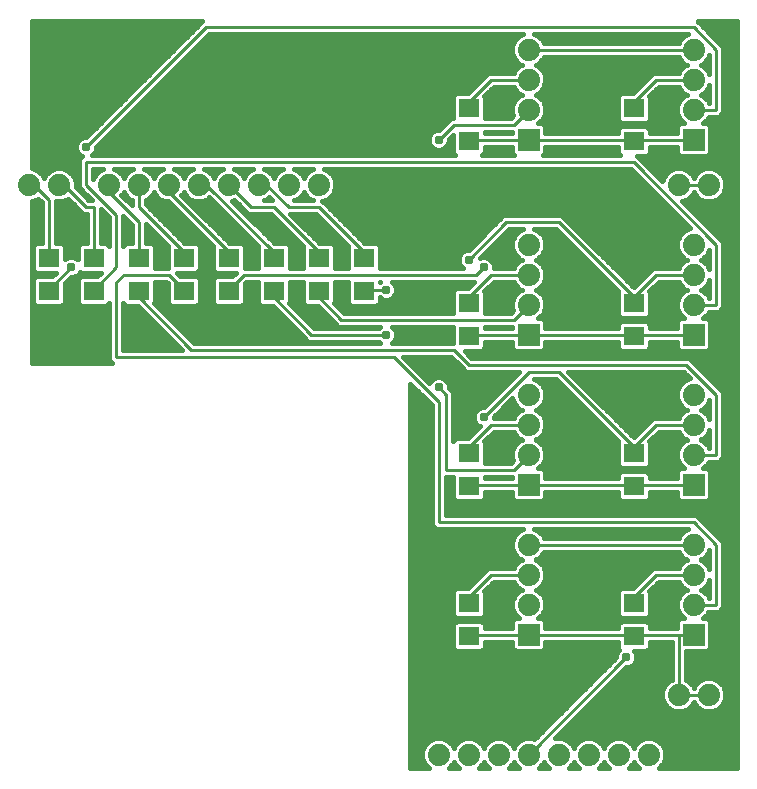
<source format=gtl>
G75*
%MOIN*%
%OFA0B0*%
%FSLAX25Y25*%
%IPPOS*%
%LPD*%
%AMOC8*
5,1,8,0,0,1.08239X$1,22.5*
%
%ADD10R,0.07400X0.07400*%
%ADD11C,0.07400*%
%ADD12R,0.07087X0.06299*%
%ADD13C,0.01000*%
%ADD14C,0.03100*%
%ADD15C,0.01600*%
D10*
X0172900Y0051800D03*
X0172900Y0101800D03*
X0172900Y0151800D03*
X0227900Y0151800D03*
X0227900Y0101800D03*
X0227900Y0051800D03*
X0227900Y0216800D03*
X0172900Y0216800D03*
D11*
X0172900Y0226800D03*
X0172900Y0236800D03*
X0172900Y0246800D03*
X0222900Y0201800D03*
X0232900Y0201800D03*
X0227900Y0181800D03*
X0227900Y0171800D03*
X0227900Y0161800D03*
X0227900Y0131800D03*
X0227900Y0121800D03*
X0227900Y0111800D03*
X0227900Y0081800D03*
X0227900Y0071800D03*
X0227900Y0061800D03*
X0222900Y0031800D03*
X0232900Y0031800D03*
X0212900Y0011800D03*
X0202900Y0011800D03*
X0192900Y0011800D03*
X0182900Y0011800D03*
X0172900Y0011800D03*
X0162900Y0011800D03*
X0152900Y0011800D03*
X0142900Y0011800D03*
X0172900Y0061800D03*
X0172900Y0071800D03*
X0172900Y0081800D03*
X0172900Y0111800D03*
X0172900Y0121800D03*
X0172900Y0131800D03*
X0172900Y0161800D03*
X0172900Y0171800D03*
X0172900Y0181800D03*
X0227900Y0226800D03*
X0227900Y0236800D03*
X0227900Y0246800D03*
X0102900Y0201800D03*
X0092900Y0201800D03*
X0082900Y0201800D03*
X0072900Y0201800D03*
X0062900Y0201800D03*
X0052900Y0201800D03*
X0042900Y0201800D03*
X0032900Y0201800D03*
X0016400Y0201800D03*
X0006400Y0201800D03*
D12*
X0012900Y0177312D03*
X0012900Y0166288D03*
X0027900Y0166288D03*
X0027900Y0177312D03*
X0042900Y0177312D03*
X0042900Y0166288D03*
X0057900Y0166288D03*
X0057900Y0177312D03*
X0072900Y0177312D03*
X0072900Y0166288D03*
X0087900Y0166288D03*
X0087900Y0177312D03*
X0102900Y0177312D03*
X0102900Y0166288D03*
X0117900Y0166288D03*
X0117900Y0177312D03*
X0152900Y0162312D03*
X0152900Y0151288D03*
X0152900Y0112312D03*
X0152900Y0101288D03*
X0152900Y0062312D03*
X0152900Y0051288D03*
X0207900Y0051288D03*
X0207900Y0062312D03*
X0207900Y0101288D03*
X0207900Y0112312D03*
X0207900Y0151288D03*
X0207900Y0162312D03*
X0207900Y0216288D03*
X0207900Y0227312D03*
X0152900Y0227312D03*
X0152900Y0216288D03*
D13*
X0152900Y0216800D01*
X0172900Y0216800D01*
X0207900Y0216800D01*
X0207900Y0216288D01*
X0207900Y0216800D02*
X0227900Y0216800D01*
X0227900Y0226800D02*
X0235400Y0226800D01*
X0235400Y0246800D01*
X0227900Y0254300D01*
X0065400Y0254300D01*
X0025400Y0214300D01*
X0025400Y0209300D02*
X0207900Y0209300D01*
X0235400Y0181800D01*
X0235400Y0161800D01*
X0227900Y0161800D01*
X0227900Y0151800D02*
X0207900Y0151800D01*
X0207900Y0151288D01*
X0207900Y0151800D02*
X0172900Y0151800D01*
X0152900Y0151800D01*
X0152900Y0151288D01*
X0147900Y0146800D02*
X0152900Y0141800D01*
X0225400Y0141800D01*
X0235400Y0131800D01*
X0235400Y0111800D01*
X0227900Y0111800D01*
X0227900Y0101800D02*
X0207900Y0101800D01*
X0207900Y0101288D01*
X0207900Y0101800D02*
X0172900Y0101800D01*
X0152900Y0101800D01*
X0152900Y0101288D01*
X0145400Y0106800D02*
X0167900Y0106800D01*
X0172900Y0111800D01*
X0172900Y0121800D02*
X0160400Y0121800D01*
X0152900Y0114300D01*
X0152900Y0112312D01*
X0145400Y0106800D02*
X0145400Y0131800D01*
X0142900Y0134300D01*
X0142900Y0129300D02*
X0142900Y0089300D01*
X0227900Y0089300D01*
X0235400Y0081800D01*
X0235400Y0061800D01*
X0227900Y0061800D01*
X0227900Y0051800D02*
X0222900Y0051800D01*
X0222900Y0031800D01*
X0232900Y0031800D01*
X0222900Y0051800D02*
X0207900Y0051800D01*
X0207900Y0051288D01*
X0207900Y0051800D02*
X0172900Y0051800D01*
X0152900Y0051800D01*
X0152900Y0051288D01*
X0152900Y0062312D02*
X0152900Y0064300D01*
X0160400Y0071800D01*
X0172900Y0071800D01*
X0172900Y0081800D02*
X0227900Y0081800D01*
X0227900Y0071800D02*
X0215400Y0071800D01*
X0207900Y0064300D01*
X0207900Y0062312D01*
X0205400Y0044300D02*
X0172900Y0011800D01*
X0207900Y0112312D02*
X0207900Y0114300D01*
X0182900Y0139300D01*
X0172900Y0139300D01*
X0157900Y0124300D01*
X0142900Y0129300D02*
X0127900Y0144300D01*
X0035400Y0144300D01*
X0035400Y0169300D01*
X0037900Y0171800D01*
X0052900Y0171800D01*
X0057900Y0166800D01*
X0057900Y0166288D01*
X0057900Y0177312D02*
X0057900Y0179300D01*
X0042900Y0194300D01*
X0042900Y0201800D01*
X0032900Y0201800D02*
X0032900Y0199300D01*
X0042900Y0189300D01*
X0042900Y0177312D01*
X0035400Y0174300D02*
X0035400Y0191800D01*
X0025400Y0201800D01*
X0025400Y0209300D01*
X0017900Y0201800D02*
X0016400Y0201800D01*
X0017900Y0201800D02*
X0025400Y0194300D01*
X0027900Y0194300D01*
X0027900Y0177312D01*
X0020400Y0174300D02*
X0012900Y0166800D01*
X0012900Y0166288D01*
X0012900Y0177312D02*
X0012900Y0196800D01*
X0007900Y0201800D01*
X0006400Y0201800D01*
X0035400Y0174300D02*
X0027900Y0166800D01*
X0027900Y0166288D01*
X0042900Y0166288D02*
X0042900Y0164300D01*
X0060400Y0146800D01*
X0147900Y0146800D01*
X0152900Y0162312D02*
X0152900Y0164300D01*
X0160400Y0171800D01*
X0172900Y0171800D01*
X0172900Y0161800D02*
X0167900Y0156800D01*
X0110400Y0156800D01*
X0102900Y0164300D01*
X0102900Y0166288D01*
X0102900Y0177312D02*
X0102900Y0179300D01*
X0087900Y0194300D01*
X0080400Y0194300D01*
X0072900Y0201800D01*
X0065400Y0201800D02*
X0062900Y0201800D01*
X0065400Y0201800D02*
X0087900Y0179300D01*
X0087900Y0177312D01*
X0087900Y0166288D02*
X0087900Y0164300D01*
X0100400Y0151800D01*
X0125400Y0151800D01*
X0125400Y0166800D02*
X0117900Y0166800D01*
X0117900Y0166288D01*
X0117900Y0177312D02*
X0117900Y0179300D01*
X0102900Y0194300D01*
X0092900Y0194300D01*
X0085400Y0201800D01*
X0082900Y0201800D01*
X0072900Y0179300D02*
X0072900Y0177312D01*
X0072900Y0179300D02*
X0052900Y0199300D01*
X0052900Y0201800D01*
X0077900Y0171800D02*
X0155400Y0171800D01*
X0157900Y0174300D01*
X0152900Y0176800D02*
X0165400Y0189300D01*
X0182900Y0189300D01*
X0207900Y0164300D01*
X0207900Y0162312D01*
X0207900Y0164300D02*
X0215400Y0171800D01*
X0227900Y0171800D01*
X0232900Y0201800D02*
X0222900Y0201800D01*
X0207900Y0227312D02*
X0207900Y0229300D01*
X0215400Y0236800D01*
X0227900Y0236800D01*
X0227900Y0246800D02*
X0172900Y0246800D01*
X0172900Y0236800D02*
X0160400Y0236800D01*
X0152900Y0229300D01*
X0152900Y0227312D01*
X0147900Y0221800D02*
X0167900Y0221800D01*
X0172900Y0226800D01*
X0147900Y0221800D02*
X0142900Y0216800D01*
X0077900Y0171800D02*
X0072900Y0166800D01*
X0072900Y0166288D01*
X0207900Y0114300D02*
X0215400Y0121800D01*
X0227900Y0121800D01*
D14*
X0157900Y0124300D03*
X0142900Y0134300D03*
X0125400Y0151800D03*
X0125400Y0166800D03*
X0152900Y0176800D03*
X0157900Y0174300D03*
X0142900Y0216800D03*
X0025400Y0214300D03*
X0020400Y0174300D03*
X0205400Y0044300D03*
D15*
X0133500Y0007400D02*
X0133500Y0135447D01*
X0140600Y0128347D01*
X0140600Y0088347D01*
X0141947Y0087000D01*
X0171082Y0087000D01*
X0169784Y0086463D01*
X0168237Y0084915D01*
X0167400Y0082894D01*
X0167400Y0080706D01*
X0168237Y0078684D01*
X0169784Y0077137D01*
X0170599Y0076800D01*
X0169784Y0076463D01*
X0168237Y0074915D01*
X0167900Y0074100D01*
X0159447Y0074100D01*
X0158100Y0072753D01*
X0152609Y0067261D01*
X0148611Y0067261D01*
X0147557Y0066207D01*
X0147557Y0058417D01*
X0148611Y0057362D01*
X0157189Y0057362D01*
X0158243Y0058417D01*
X0158243Y0066207D01*
X0158151Y0066299D01*
X0161353Y0069500D01*
X0167900Y0069500D01*
X0168237Y0068684D01*
X0169784Y0067137D01*
X0170599Y0066800D01*
X0169784Y0066463D01*
X0168237Y0064915D01*
X0167400Y0062894D01*
X0167400Y0060706D01*
X0168237Y0058684D01*
X0169622Y0057300D01*
X0168454Y0057300D01*
X0167400Y0056246D01*
X0167400Y0054100D01*
X0158243Y0054100D01*
X0158243Y0055183D01*
X0157189Y0056238D01*
X0148611Y0056238D01*
X0147557Y0055183D01*
X0147557Y0047393D01*
X0148611Y0046339D01*
X0157189Y0046339D01*
X0158243Y0047393D01*
X0158243Y0049500D01*
X0167400Y0049500D01*
X0167400Y0047354D01*
X0168454Y0046300D01*
X0177346Y0046300D01*
X0178400Y0047354D01*
X0178400Y0049500D01*
X0202557Y0049500D01*
X0202557Y0047393D01*
X0203156Y0046794D01*
X0202560Y0046198D01*
X0202050Y0044966D01*
X0202050Y0044203D01*
X0174810Y0016962D01*
X0173994Y0017300D01*
X0171806Y0017300D01*
X0169784Y0016463D01*
X0168237Y0014915D01*
X0167900Y0014101D01*
X0167563Y0014915D01*
X0166015Y0016463D01*
X0163994Y0017300D01*
X0161806Y0017300D01*
X0159784Y0016463D01*
X0158237Y0014915D01*
X0157900Y0014101D01*
X0157563Y0014915D01*
X0156015Y0016463D01*
X0153994Y0017300D01*
X0151806Y0017300D01*
X0149784Y0016463D01*
X0148237Y0014915D01*
X0147900Y0014101D01*
X0147563Y0014915D01*
X0146015Y0016463D01*
X0143994Y0017300D01*
X0141806Y0017300D01*
X0139784Y0016463D01*
X0138237Y0014915D01*
X0137400Y0012894D01*
X0137400Y0010706D01*
X0138237Y0008684D01*
X0139522Y0007400D01*
X0133500Y0007400D01*
X0133500Y0008194D02*
X0138728Y0008194D01*
X0137778Y0009793D02*
X0133500Y0009793D01*
X0133500Y0011391D02*
X0137400Y0011391D01*
X0137440Y0012990D02*
X0133500Y0012990D01*
X0133500Y0014588D02*
X0138102Y0014588D01*
X0139508Y0016187D02*
X0133500Y0016187D01*
X0133500Y0017785D02*
X0175632Y0017785D01*
X0177231Y0019384D02*
X0133500Y0019384D01*
X0133500Y0020982D02*
X0178829Y0020982D01*
X0180428Y0022581D02*
X0133500Y0022581D01*
X0133500Y0024179D02*
X0182026Y0024179D01*
X0183625Y0025778D02*
X0133500Y0025778D01*
X0133500Y0027376D02*
X0185224Y0027376D01*
X0186822Y0028975D02*
X0133500Y0028975D01*
X0133500Y0030573D02*
X0188421Y0030573D01*
X0190019Y0032172D02*
X0133500Y0032172D01*
X0133500Y0033770D02*
X0191618Y0033770D01*
X0193216Y0035369D02*
X0133500Y0035369D01*
X0133500Y0036967D02*
X0194815Y0036967D01*
X0196413Y0038566D02*
X0133500Y0038566D01*
X0133500Y0040164D02*
X0198012Y0040164D01*
X0199610Y0041763D02*
X0133500Y0041763D01*
X0133500Y0043361D02*
X0201209Y0043361D01*
X0202050Y0044960D02*
X0133500Y0044960D01*
X0133500Y0046558D02*
X0148391Y0046558D01*
X0147557Y0048157D02*
X0133500Y0048157D01*
X0133500Y0049755D02*
X0147557Y0049755D01*
X0147557Y0051354D02*
X0133500Y0051354D01*
X0133500Y0052952D02*
X0147557Y0052952D01*
X0147557Y0054551D02*
X0133500Y0054551D01*
X0133500Y0056149D02*
X0148523Y0056149D01*
X0148225Y0057748D02*
X0133500Y0057748D01*
X0133500Y0059346D02*
X0147557Y0059346D01*
X0147557Y0060945D02*
X0133500Y0060945D01*
X0133500Y0062543D02*
X0147557Y0062543D01*
X0147557Y0064142D02*
X0133500Y0064142D01*
X0133500Y0065740D02*
X0147557Y0065740D01*
X0152686Y0067339D02*
X0133500Y0067339D01*
X0133500Y0068937D02*
X0154285Y0068937D01*
X0155883Y0070536D02*
X0133500Y0070536D01*
X0133500Y0072134D02*
X0157482Y0072134D01*
X0159080Y0073733D02*
X0133500Y0073733D01*
X0133500Y0075332D02*
X0168653Y0075332D01*
X0170285Y0076930D02*
X0133500Y0076930D01*
X0133500Y0078529D02*
X0168393Y0078529D01*
X0167640Y0080127D02*
X0133500Y0080127D01*
X0133500Y0081726D02*
X0167400Y0081726D01*
X0167578Y0083324D02*
X0133500Y0083324D01*
X0133500Y0084923D02*
X0168244Y0084923D01*
X0169926Y0086521D02*
X0133500Y0086521D01*
X0133500Y0088120D02*
X0140828Y0088120D01*
X0140600Y0089718D02*
X0133500Y0089718D01*
X0133500Y0091317D02*
X0140600Y0091317D01*
X0140600Y0092915D02*
X0133500Y0092915D01*
X0133500Y0094514D02*
X0140600Y0094514D01*
X0140600Y0096112D02*
X0133500Y0096112D01*
X0133500Y0097711D02*
X0140600Y0097711D01*
X0140600Y0099309D02*
X0133500Y0099309D01*
X0133500Y0100908D02*
X0140600Y0100908D01*
X0140600Y0102506D02*
X0133500Y0102506D01*
X0133500Y0104105D02*
X0140600Y0104105D01*
X0140600Y0105703D02*
X0133500Y0105703D01*
X0133500Y0107302D02*
X0140600Y0107302D01*
X0140600Y0108900D02*
X0133500Y0108900D01*
X0133500Y0110499D02*
X0140600Y0110499D01*
X0140600Y0112097D02*
X0133500Y0112097D01*
X0133500Y0113696D02*
X0140600Y0113696D01*
X0140600Y0115294D02*
X0133500Y0115294D01*
X0133500Y0116893D02*
X0140600Y0116893D01*
X0140600Y0118491D02*
X0133500Y0118491D01*
X0133500Y0120090D02*
X0140600Y0120090D01*
X0140600Y0121688D02*
X0133500Y0121688D01*
X0133500Y0123287D02*
X0140600Y0123287D01*
X0140600Y0124885D02*
X0133500Y0124885D01*
X0133500Y0126484D02*
X0140600Y0126484D01*
X0140600Y0128082D02*
X0133500Y0128082D01*
X0133500Y0129681D02*
X0139266Y0129681D01*
X0137668Y0131279D02*
X0133500Y0131279D01*
X0133500Y0132878D02*
X0136069Y0132878D01*
X0134471Y0134476D02*
X0133500Y0134476D01*
X0136181Y0139272D02*
X0169619Y0139272D01*
X0169847Y0139500D02*
X0157997Y0127650D01*
X0157234Y0127650D01*
X0156002Y0127140D01*
X0155060Y0126198D01*
X0154550Y0124966D01*
X0154550Y0123634D01*
X0155060Y0122402D01*
X0156002Y0121460D01*
X0156572Y0121224D01*
X0152609Y0117261D01*
X0148611Y0117261D01*
X0147700Y0116350D01*
X0147700Y0132753D01*
X0146353Y0134100D01*
X0146250Y0134203D01*
X0146250Y0134966D01*
X0145740Y0136198D01*
X0144798Y0137140D01*
X0143566Y0137650D01*
X0142234Y0137650D01*
X0141002Y0137140D01*
X0140060Y0136198D01*
X0139824Y0135628D01*
X0130953Y0144500D01*
X0146947Y0144500D01*
X0150600Y0140847D01*
X0151947Y0139500D01*
X0169847Y0139500D01*
X0168021Y0137673D02*
X0137779Y0137673D01*
X0139378Y0136075D02*
X0140009Y0136075D01*
X0145791Y0136075D02*
X0166422Y0136075D01*
X0164824Y0134476D02*
X0146250Y0134476D01*
X0147575Y0132878D02*
X0163225Y0132878D01*
X0161627Y0131279D02*
X0147700Y0131279D01*
X0147700Y0129681D02*
X0160028Y0129681D01*
X0158430Y0128082D02*
X0147700Y0128082D01*
X0147700Y0126484D02*
X0155346Y0126484D01*
X0154550Y0124885D02*
X0147700Y0124885D01*
X0147700Y0123287D02*
X0154694Y0123287D01*
X0155774Y0121688D02*
X0147700Y0121688D01*
X0147700Y0120090D02*
X0155437Y0120090D01*
X0153839Y0118491D02*
X0147700Y0118491D01*
X0147700Y0116893D02*
X0148243Y0116893D01*
X0158151Y0116299D02*
X0161353Y0119500D01*
X0167900Y0119500D01*
X0168237Y0118684D01*
X0169784Y0117137D01*
X0170599Y0116800D01*
X0169784Y0116463D01*
X0168237Y0114915D01*
X0167400Y0112894D01*
X0167400Y0110706D01*
X0167738Y0109890D01*
X0166947Y0109100D01*
X0158243Y0109100D01*
X0158243Y0116207D01*
X0158151Y0116299D01*
X0158745Y0116893D02*
X0170375Y0116893D01*
X0168616Y0115294D02*
X0158243Y0115294D01*
X0158243Y0113696D02*
X0167732Y0113696D01*
X0167400Y0112097D02*
X0158243Y0112097D01*
X0158243Y0110499D02*
X0167486Y0110499D01*
X0167400Y0104500D02*
X0167400Y0104100D01*
X0158243Y0104100D01*
X0158243Y0104500D01*
X0167400Y0104500D01*
X0167400Y0104105D02*
X0158243Y0104105D01*
X0158243Y0099500D02*
X0167400Y0099500D01*
X0167400Y0097354D01*
X0168454Y0096300D01*
X0177346Y0096300D01*
X0178400Y0097354D01*
X0178400Y0099500D01*
X0202557Y0099500D01*
X0202557Y0097393D01*
X0203611Y0096339D01*
X0212189Y0096339D01*
X0213243Y0097393D01*
X0213243Y0099500D01*
X0222400Y0099500D01*
X0222400Y0097354D01*
X0223454Y0096300D01*
X0232346Y0096300D01*
X0233400Y0097354D01*
X0233400Y0106246D01*
X0232346Y0107300D01*
X0231178Y0107300D01*
X0232563Y0108684D01*
X0232900Y0109500D01*
X0236353Y0109500D01*
X0237700Y0110847D01*
X0237700Y0132753D01*
X0236353Y0134100D01*
X0226353Y0144100D01*
X0153853Y0144100D01*
X0151614Y0146339D01*
X0157189Y0146339D01*
X0158243Y0147393D01*
X0158243Y0149500D01*
X0167400Y0149500D01*
X0167400Y0147354D01*
X0168454Y0146300D01*
X0177346Y0146300D01*
X0178400Y0147354D01*
X0178400Y0149500D01*
X0202557Y0149500D01*
X0202557Y0147393D01*
X0203611Y0146339D01*
X0212189Y0146339D01*
X0213243Y0147393D01*
X0213243Y0149500D01*
X0222400Y0149500D01*
X0222400Y0147354D01*
X0223454Y0146300D01*
X0232346Y0146300D01*
X0233400Y0147354D01*
X0233400Y0156246D01*
X0232346Y0157300D01*
X0231178Y0157300D01*
X0232563Y0158684D01*
X0232900Y0159500D01*
X0236353Y0159500D01*
X0237700Y0160847D01*
X0237700Y0182753D01*
X0236353Y0184100D01*
X0224106Y0196346D01*
X0226015Y0197137D01*
X0227563Y0198684D01*
X0227900Y0199499D01*
X0228237Y0198684D01*
X0229784Y0197137D01*
X0231806Y0196300D01*
X0233994Y0196300D01*
X0236015Y0197137D01*
X0237563Y0198684D01*
X0238400Y0200706D01*
X0238400Y0202894D01*
X0237563Y0204915D01*
X0236015Y0206463D01*
X0233994Y0207300D01*
X0231806Y0207300D01*
X0229784Y0206463D01*
X0228237Y0204915D01*
X0227900Y0204101D01*
X0227563Y0204915D01*
X0226015Y0206463D01*
X0223994Y0207300D01*
X0221806Y0207300D01*
X0219784Y0206463D01*
X0218237Y0204915D01*
X0217446Y0203006D01*
X0209114Y0211339D01*
X0212189Y0211339D01*
X0213243Y0212393D01*
X0213243Y0214500D01*
X0222400Y0214500D01*
X0222400Y0212354D01*
X0223454Y0211300D01*
X0232346Y0211300D01*
X0233400Y0212354D01*
X0233400Y0221246D01*
X0232346Y0222300D01*
X0231178Y0222300D01*
X0232563Y0223684D01*
X0232900Y0224500D01*
X0236353Y0224500D01*
X0237700Y0225847D01*
X0237700Y0247753D01*
X0236353Y0249100D01*
X0229253Y0256200D01*
X0242300Y0256200D01*
X0242300Y0007400D01*
X0216278Y0007400D01*
X0217563Y0008684D01*
X0218400Y0010706D01*
X0218400Y0012894D01*
X0217563Y0014915D01*
X0216015Y0016463D01*
X0213994Y0017300D01*
X0211806Y0017300D01*
X0209784Y0016463D01*
X0208237Y0014915D01*
X0207900Y0014101D01*
X0207563Y0014915D01*
X0206015Y0016463D01*
X0203994Y0017300D01*
X0201806Y0017300D01*
X0199784Y0016463D01*
X0198237Y0014915D01*
X0197900Y0014101D01*
X0197563Y0014915D01*
X0196015Y0016463D01*
X0193994Y0017300D01*
X0191806Y0017300D01*
X0189784Y0016463D01*
X0188237Y0014915D01*
X0187900Y0014101D01*
X0187563Y0014915D01*
X0186015Y0016463D01*
X0183994Y0017300D01*
X0181806Y0017300D01*
X0181544Y0017192D01*
X0205303Y0040950D01*
X0206066Y0040950D01*
X0207298Y0041460D01*
X0208240Y0042402D01*
X0208750Y0043634D01*
X0208750Y0044966D01*
X0208240Y0046198D01*
X0208099Y0046339D01*
X0212189Y0046339D01*
X0213243Y0047393D01*
X0213243Y0049500D01*
X0220600Y0049500D01*
X0220600Y0036800D01*
X0219784Y0036463D01*
X0218237Y0034915D01*
X0217400Y0032894D01*
X0217400Y0030706D01*
X0218237Y0028684D01*
X0219784Y0027137D01*
X0221806Y0026300D01*
X0223994Y0026300D01*
X0226015Y0027137D01*
X0227563Y0028684D01*
X0227900Y0029499D01*
X0228237Y0028684D01*
X0229784Y0027137D01*
X0231806Y0026300D01*
X0233994Y0026300D01*
X0236015Y0027137D01*
X0237563Y0028684D01*
X0238400Y0030706D01*
X0238400Y0032894D01*
X0237563Y0034915D01*
X0236015Y0036463D01*
X0233994Y0037300D01*
X0231806Y0037300D01*
X0229784Y0036463D01*
X0228237Y0034915D01*
X0227900Y0034101D01*
X0227563Y0034915D01*
X0226015Y0036463D01*
X0225200Y0036800D01*
X0225200Y0046300D01*
X0232346Y0046300D01*
X0233400Y0047354D01*
X0233400Y0056246D01*
X0232346Y0057300D01*
X0231178Y0057300D01*
X0232563Y0058684D01*
X0232900Y0059500D01*
X0236353Y0059500D01*
X0237700Y0060847D01*
X0237700Y0082753D01*
X0236353Y0084100D01*
X0228853Y0091600D01*
X0145200Y0091600D01*
X0145200Y0104500D01*
X0147557Y0104500D01*
X0147557Y0097393D01*
X0148611Y0096339D01*
X0157189Y0096339D01*
X0158243Y0097393D01*
X0158243Y0099500D01*
X0158243Y0099309D02*
X0167400Y0099309D01*
X0167400Y0097711D02*
X0158243Y0097711D01*
X0147557Y0097711D02*
X0145200Y0097711D01*
X0145200Y0099309D02*
X0147557Y0099309D01*
X0147557Y0100908D02*
X0145200Y0100908D01*
X0145200Y0102506D02*
X0147557Y0102506D01*
X0147557Y0104105D02*
X0145200Y0104105D01*
X0145200Y0096112D02*
X0242300Y0096112D01*
X0242300Y0094514D02*
X0145200Y0094514D01*
X0145200Y0092915D02*
X0242300Y0092915D01*
X0242300Y0091317D02*
X0229136Y0091317D01*
X0230735Y0089718D02*
X0242300Y0089718D01*
X0242300Y0088120D02*
X0232333Y0088120D01*
X0233932Y0086521D02*
X0242300Y0086521D01*
X0242300Y0084923D02*
X0235530Y0084923D01*
X0237129Y0083324D02*
X0242300Y0083324D01*
X0242300Y0081726D02*
X0237700Y0081726D01*
X0237700Y0080127D02*
X0242300Y0080127D01*
X0242300Y0078529D02*
X0237700Y0078529D01*
X0237700Y0076930D02*
X0242300Y0076930D01*
X0242300Y0075332D02*
X0237700Y0075332D01*
X0237700Y0073733D02*
X0242300Y0073733D01*
X0242300Y0072134D02*
X0237700Y0072134D01*
X0237700Y0070536D02*
X0242300Y0070536D01*
X0242300Y0068937D02*
X0237700Y0068937D01*
X0237700Y0067339D02*
X0242300Y0067339D01*
X0242300Y0065740D02*
X0237700Y0065740D01*
X0237700Y0064142D02*
X0242300Y0064142D01*
X0242300Y0062543D02*
X0237700Y0062543D01*
X0237700Y0060945D02*
X0242300Y0060945D01*
X0242300Y0059346D02*
X0232837Y0059346D01*
X0231626Y0057748D02*
X0242300Y0057748D01*
X0242300Y0056149D02*
X0233400Y0056149D01*
X0233400Y0054551D02*
X0242300Y0054551D01*
X0242300Y0052952D02*
X0233400Y0052952D01*
X0233400Y0051354D02*
X0242300Y0051354D01*
X0242300Y0049755D02*
X0233400Y0049755D01*
X0233400Y0048157D02*
X0242300Y0048157D01*
X0242300Y0046558D02*
X0232604Y0046558D01*
X0225200Y0044960D02*
X0242300Y0044960D01*
X0242300Y0043361D02*
X0225200Y0043361D01*
X0225200Y0041763D02*
X0242300Y0041763D01*
X0242300Y0040164D02*
X0225200Y0040164D01*
X0225200Y0038566D02*
X0242300Y0038566D01*
X0242300Y0036967D02*
X0234797Y0036967D01*
X0237109Y0035369D02*
X0242300Y0035369D01*
X0242300Y0033770D02*
X0238037Y0033770D01*
X0238400Y0032172D02*
X0242300Y0032172D01*
X0242300Y0030573D02*
X0238345Y0030573D01*
X0237683Y0028975D02*
X0242300Y0028975D01*
X0242300Y0027376D02*
X0236254Y0027376D01*
X0242300Y0025778D02*
X0190130Y0025778D01*
X0188532Y0024179D02*
X0242300Y0024179D01*
X0242300Y0022581D02*
X0186933Y0022581D01*
X0185335Y0020982D02*
X0242300Y0020982D01*
X0242300Y0019384D02*
X0183736Y0019384D01*
X0182138Y0017785D02*
X0242300Y0017785D01*
X0242300Y0016187D02*
X0216292Y0016187D01*
X0217698Y0014588D02*
X0242300Y0014588D01*
X0242300Y0012990D02*
X0218360Y0012990D01*
X0218400Y0011391D02*
X0242300Y0011391D01*
X0242300Y0009793D02*
X0218022Y0009793D01*
X0217072Y0008194D02*
X0242300Y0008194D01*
X0229546Y0027376D02*
X0226254Y0027376D01*
X0227683Y0028975D02*
X0228117Y0028975D01*
X0228691Y0035369D02*
X0227109Y0035369D01*
X0225200Y0036967D02*
X0231003Y0036967D01*
X0220600Y0036967D02*
X0201320Y0036967D01*
X0199721Y0035369D02*
X0218691Y0035369D01*
X0217763Y0033770D02*
X0198123Y0033770D01*
X0196524Y0032172D02*
X0217400Y0032172D01*
X0217455Y0030573D02*
X0194926Y0030573D01*
X0193327Y0028975D02*
X0218117Y0028975D01*
X0219546Y0027376D02*
X0191729Y0027376D01*
X0189508Y0016187D02*
X0186292Y0016187D01*
X0187698Y0014588D02*
X0188102Y0014588D01*
X0187900Y0009499D02*
X0188237Y0008684D01*
X0189522Y0007400D01*
X0186278Y0007400D01*
X0187563Y0008684D01*
X0187900Y0009499D01*
X0187072Y0008194D02*
X0188728Y0008194D01*
X0196278Y0007400D02*
X0197563Y0008684D01*
X0197900Y0009499D01*
X0198237Y0008684D01*
X0199522Y0007400D01*
X0196278Y0007400D01*
X0197072Y0008194D02*
X0198728Y0008194D01*
X0198102Y0014588D02*
X0197698Y0014588D01*
X0196292Y0016187D02*
X0199508Y0016187D01*
X0206292Y0016187D02*
X0209508Y0016187D01*
X0208102Y0014588D02*
X0207698Y0014588D01*
X0207900Y0009499D02*
X0208237Y0008684D01*
X0209522Y0007400D01*
X0206278Y0007400D01*
X0207563Y0008684D01*
X0207900Y0009499D01*
X0207072Y0008194D02*
X0208728Y0008194D01*
X0202918Y0038566D02*
X0220600Y0038566D01*
X0220600Y0040164D02*
X0204517Y0040164D01*
X0207600Y0041763D02*
X0220600Y0041763D01*
X0220600Y0043361D02*
X0208637Y0043361D01*
X0208750Y0044960D02*
X0220600Y0044960D01*
X0220600Y0046558D02*
X0212409Y0046558D01*
X0213243Y0048157D02*
X0220600Y0048157D01*
X0222400Y0054100D02*
X0213243Y0054100D01*
X0213243Y0055183D01*
X0212189Y0056238D01*
X0203611Y0056238D01*
X0202557Y0055183D01*
X0202557Y0054100D01*
X0178400Y0054100D01*
X0178400Y0056246D01*
X0177346Y0057300D01*
X0176178Y0057300D01*
X0177563Y0058684D01*
X0178400Y0060706D01*
X0178400Y0062894D01*
X0177563Y0064915D01*
X0176015Y0066463D01*
X0175201Y0066800D01*
X0176015Y0067137D01*
X0177563Y0068684D01*
X0178400Y0070706D01*
X0178400Y0072894D01*
X0177563Y0074915D01*
X0176015Y0076463D01*
X0175201Y0076800D01*
X0176015Y0077137D01*
X0177563Y0078684D01*
X0177900Y0079500D01*
X0222900Y0079500D01*
X0223237Y0078684D01*
X0224784Y0077137D01*
X0225599Y0076800D01*
X0224784Y0076463D01*
X0223237Y0074915D01*
X0222900Y0074100D01*
X0214447Y0074100D01*
X0213100Y0072753D01*
X0207609Y0067261D01*
X0203611Y0067261D01*
X0202557Y0066207D01*
X0202557Y0058417D01*
X0203611Y0057362D01*
X0212189Y0057362D01*
X0213243Y0058417D01*
X0213243Y0066207D01*
X0213151Y0066299D01*
X0216353Y0069500D01*
X0222900Y0069500D01*
X0223237Y0068684D01*
X0224784Y0067137D01*
X0225599Y0066800D01*
X0224784Y0066463D01*
X0223237Y0064915D01*
X0222400Y0062894D01*
X0222400Y0060706D01*
X0223237Y0058684D01*
X0224622Y0057300D01*
X0223454Y0057300D01*
X0222400Y0056246D01*
X0222400Y0054100D01*
X0222400Y0054551D02*
X0213243Y0054551D01*
X0212277Y0056149D02*
X0222400Y0056149D01*
X0224174Y0057748D02*
X0212575Y0057748D01*
X0213243Y0059346D02*
X0222963Y0059346D01*
X0222400Y0060945D02*
X0213243Y0060945D01*
X0213243Y0062543D02*
X0222400Y0062543D01*
X0222917Y0064142D02*
X0213243Y0064142D01*
X0213243Y0065740D02*
X0224062Y0065740D01*
X0224583Y0067339D02*
X0214192Y0067339D01*
X0215790Y0068937D02*
X0223133Y0068937D01*
X0223653Y0075332D02*
X0177147Y0075332D01*
X0178052Y0073733D02*
X0214080Y0073733D01*
X0212482Y0072134D02*
X0178400Y0072134D01*
X0178330Y0070536D02*
X0210883Y0070536D01*
X0209285Y0068937D02*
X0177667Y0068937D01*
X0176217Y0067339D02*
X0207686Y0067339D01*
X0202557Y0065740D02*
X0176738Y0065740D01*
X0177883Y0064142D02*
X0202557Y0064142D01*
X0202557Y0062543D02*
X0178400Y0062543D01*
X0178400Y0060945D02*
X0202557Y0060945D01*
X0202557Y0059346D02*
X0177837Y0059346D01*
X0176626Y0057748D02*
X0203225Y0057748D01*
X0203523Y0056149D02*
X0178400Y0056149D01*
X0178400Y0054551D02*
X0202557Y0054551D01*
X0202557Y0048157D02*
X0178400Y0048157D01*
X0177604Y0046558D02*
X0202921Y0046558D01*
X0230201Y0066800D02*
X0231015Y0067137D01*
X0232563Y0068684D01*
X0233100Y0069982D01*
X0233100Y0064100D01*
X0232900Y0064100D01*
X0232563Y0064915D01*
X0231015Y0066463D01*
X0230201Y0066800D01*
X0231217Y0067339D02*
X0233100Y0067339D01*
X0233100Y0068937D02*
X0232667Y0068937D01*
X0233100Y0073618D02*
X0232563Y0074915D01*
X0231015Y0076463D01*
X0230201Y0076800D01*
X0231015Y0077137D01*
X0232563Y0078684D01*
X0233100Y0079982D01*
X0233100Y0073618D01*
X0233100Y0073733D02*
X0233052Y0073733D01*
X0233100Y0075332D02*
X0232147Y0075332D01*
X0233100Y0076930D02*
X0230515Y0076930D01*
X0232407Y0078529D02*
X0233100Y0078529D01*
X0225285Y0076930D02*
X0175515Y0076930D01*
X0177407Y0078529D02*
X0223393Y0078529D01*
X0222900Y0084100D02*
X0177900Y0084100D01*
X0177563Y0084915D01*
X0176015Y0086463D01*
X0174718Y0087000D01*
X0226082Y0087000D01*
X0224784Y0086463D01*
X0223237Y0084915D01*
X0222900Y0084100D01*
X0223244Y0084923D02*
X0177556Y0084923D01*
X0175874Y0086521D02*
X0224926Y0086521D01*
X0222400Y0097711D02*
X0213243Y0097711D01*
X0213243Y0099309D02*
X0222400Y0099309D01*
X0222400Y0104100D02*
X0213243Y0104100D01*
X0213243Y0105183D01*
X0212189Y0106238D01*
X0203611Y0106238D01*
X0202557Y0105183D01*
X0202557Y0104100D01*
X0178400Y0104100D01*
X0178400Y0106246D01*
X0177346Y0107300D01*
X0176178Y0107300D01*
X0177563Y0108684D01*
X0178400Y0110706D01*
X0178400Y0112894D01*
X0177563Y0114915D01*
X0176015Y0116463D01*
X0175201Y0116800D01*
X0176015Y0117137D01*
X0177563Y0118684D01*
X0178400Y0120706D01*
X0178400Y0122894D01*
X0177563Y0124915D01*
X0176015Y0126463D01*
X0175201Y0126800D01*
X0176015Y0127137D01*
X0177563Y0128684D01*
X0178400Y0130706D01*
X0178400Y0132894D01*
X0177563Y0134915D01*
X0176015Y0136463D01*
X0174718Y0137000D01*
X0181947Y0137000D01*
X0202649Y0116299D01*
X0202557Y0116207D01*
X0202557Y0108417D01*
X0203611Y0107362D01*
X0212189Y0107362D01*
X0213243Y0108417D01*
X0213243Y0116207D01*
X0213151Y0116299D01*
X0216353Y0119500D01*
X0222900Y0119500D01*
X0223237Y0118684D01*
X0224784Y0117137D01*
X0225599Y0116800D01*
X0224784Y0116463D01*
X0223237Y0114915D01*
X0222400Y0112894D01*
X0222400Y0110706D01*
X0223237Y0108684D01*
X0224622Y0107300D01*
X0223454Y0107300D01*
X0222400Y0106246D01*
X0222400Y0104100D01*
X0222400Y0104105D02*
X0213243Y0104105D01*
X0212723Y0105703D02*
X0222400Y0105703D01*
X0224620Y0107302D02*
X0176180Y0107302D01*
X0177652Y0108900D02*
X0202557Y0108900D01*
X0202557Y0110499D02*
X0178314Y0110499D01*
X0178400Y0112097D02*
X0202557Y0112097D01*
X0202557Y0113696D02*
X0178068Y0113696D01*
X0177184Y0115294D02*
X0202557Y0115294D01*
X0202054Y0116893D02*
X0175425Y0116893D01*
X0177369Y0118491D02*
X0200456Y0118491D01*
X0198857Y0120090D02*
X0178145Y0120090D01*
X0178400Y0121688D02*
X0197259Y0121688D01*
X0195660Y0123287D02*
X0178237Y0123287D01*
X0177575Y0124885D02*
X0194062Y0124885D01*
X0192463Y0126484D02*
X0175964Y0126484D01*
X0176961Y0128082D02*
X0190865Y0128082D01*
X0189266Y0129681D02*
X0177975Y0129681D01*
X0178400Y0131279D02*
X0187668Y0131279D01*
X0186069Y0132878D02*
X0178400Y0132878D01*
X0177745Y0134476D02*
X0184471Y0134476D01*
X0182872Y0136075D02*
X0176403Y0136075D01*
X0167446Y0130594D02*
X0168237Y0128684D01*
X0169784Y0127137D01*
X0170599Y0126800D01*
X0169784Y0126463D01*
X0168237Y0124915D01*
X0167900Y0124100D01*
X0161250Y0124100D01*
X0161250Y0124397D01*
X0167446Y0130594D01*
X0167825Y0129681D02*
X0166534Y0129681D01*
X0164935Y0128082D02*
X0168839Y0128082D01*
X0169836Y0126484D02*
X0163337Y0126484D01*
X0161738Y0124885D02*
X0168225Y0124885D01*
X0168430Y0118491D02*
X0160344Y0118491D01*
X0178400Y0105703D02*
X0203077Y0105703D01*
X0202557Y0104105D02*
X0178400Y0104105D01*
X0178400Y0099309D02*
X0202557Y0099309D01*
X0202557Y0097711D02*
X0178400Y0097711D01*
X0202166Y0123287D02*
X0213634Y0123287D01*
X0213100Y0122753D02*
X0207900Y0117553D01*
X0185953Y0139500D01*
X0224447Y0139500D01*
X0226694Y0137254D01*
X0224784Y0136463D01*
X0223237Y0134915D01*
X0222400Y0132894D01*
X0222400Y0130706D01*
X0223237Y0128684D01*
X0224784Y0127137D01*
X0225599Y0126800D01*
X0224784Y0126463D01*
X0223237Y0124915D01*
X0222900Y0124100D01*
X0214447Y0124100D01*
X0213100Y0122753D01*
X0212036Y0121688D02*
X0203764Y0121688D01*
X0205363Y0120090D02*
X0210437Y0120090D01*
X0208839Y0118491D02*
X0206961Y0118491D01*
X0213745Y0116893D02*
X0225375Y0116893D01*
X0223616Y0115294D02*
X0213243Y0115294D01*
X0213243Y0113696D02*
X0222732Y0113696D01*
X0222400Y0112097D02*
X0213243Y0112097D01*
X0213243Y0110499D02*
X0222486Y0110499D01*
X0223148Y0108900D02*
X0213243Y0108900D01*
X0215344Y0118491D02*
X0223430Y0118491D01*
X0223225Y0124885D02*
X0200567Y0124885D01*
X0198969Y0126484D02*
X0224836Y0126484D01*
X0223839Y0128082D02*
X0197370Y0128082D01*
X0195772Y0129681D02*
X0222825Y0129681D01*
X0222400Y0131279D02*
X0194173Y0131279D01*
X0192575Y0132878D02*
X0222400Y0132878D01*
X0223055Y0134476D02*
X0190976Y0134476D01*
X0189378Y0136075D02*
X0224397Y0136075D01*
X0226274Y0137673D02*
X0187779Y0137673D01*
X0186181Y0139272D02*
X0224675Y0139272D01*
X0227984Y0142469D02*
X0242300Y0142469D01*
X0242300Y0144068D02*
X0226385Y0144068D01*
X0229582Y0140870D02*
X0242300Y0140870D01*
X0242300Y0139272D02*
X0231181Y0139272D01*
X0232779Y0137673D02*
X0242300Y0137673D01*
X0242300Y0136075D02*
X0234378Y0136075D01*
X0235976Y0134476D02*
X0242300Y0134476D01*
X0242300Y0132878D02*
X0237575Y0132878D01*
X0237700Y0131279D02*
X0242300Y0131279D01*
X0242300Y0129681D02*
X0237700Y0129681D01*
X0237700Y0128082D02*
X0242300Y0128082D01*
X0242300Y0126484D02*
X0237700Y0126484D01*
X0237700Y0124885D02*
X0242300Y0124885D01*
X0242300Y0123287D02*
X0237700Y0123287D01*
X0237700Y0121688D02*
X0242300Y0121688D01*
X0242300Y0120090D02*
X0237700Y0120090D01*
X0237700Y0118491D02*
X0242300Y0118491D01*
X0242300Y0116893D02*
X0237700Y0116893D01*
X0237700Y0115294D02*
X0242300Y0115294D01*
X0242300Y0113696D02*
X0237700Y0113696D01*
X0237700Y0112097D02*
X0242300Y0112097D01*
X0242300Y0110499D02*
X0237351Y0110499D01*
X0232652Y0108900D02*
X0242300Y0108900D01*
X0242300Y0107302D02*
X0231180Y0107302D01*
X0233400Y0105703D02*
X0242300Y0105703D01*
X0242300Y0104105D02*
X0233400Y0104105D01*
X0233400Y0102506D02*
X0242300Y0102506D01*
X0242300Y0100908D02*
X0233400Y0100908D01*
X0233400Y0099309D02*
X0242300Y0099309D01*
X0242300Y0097711D02*
X0233400Y0097711D01*
X0233100Y0114100D02*
X0232900Y0114100D01*
X0232563Y0114915D01*
X0231015Y0116463D01*
X0230201Y0116800D01*
X0231015Y0117137D01*
X0232563Y0118684D01*
X0233100Y0119982D01*
X0233100Y0114100D01*
X0233100Y0115294D02*
X0232184Y0115294D01*
X0233100Y0116893D02*
X0230425Y0116893D01*
X0232369Y0118491D02*
X0233100Y0118491D01*
X0233100Y0123618D02*
X0232563Y0124915D01*
X0231015Y0126463D01*
X0230201Y0126800D01*
X0231015Y0127137D01*
X0232563Y0128684D01*
X0233100Y0129982D01*
X0233100Y0123618D01*
X0233100Y0124885D02*
X0232575Y0124885D01*
X0233100Y0126484D02*
X0230964Y0126484D01*
X0231961Y0128082D02*
X0233100Y0128082D01*
X0233100Y0129681D02*
X0232975Y0129681D01*
X0233310Y0147265D02*
X0242300Y0147265D01*
X0242300Y0148863D02*
X0233400Y0148863D01*
X0233400Y0150462D02*
X0242300Y0150462D01*
X0242300Y0152060D02*
X0233400Y0152060D01*
X0233400Y0153659D02*
X0242300Y0153659D01*
X0242300Y0155257D02*
X0233400Y0155257D01*
X0232790Y0156856D02*
X0242300Y0156856D01*
X0242300Y0158454D02*
X0232332Y0158454D01*
X0236905Y0160053D02*
X0242300Y0160053D01*
X0242300Y0161651D02*
X0237700Y0161651D01*
X0237700Y0163250D02*
X0242300Y0163250D01*
X0242300Y0164848D02*
X0237700Y0164848D01*
X0237700Y0166447D02*
X0242300Y0166447D01*
X0242300Y0168045D02*
X0237700Y0168045D01*
X0237700Y0169644D02*
X0242300Y0169644D01*
X0242300Y0171242D02*
X0237700Y0171242D01*
X0237700Y0172841D02*
X0242300Y0172841D01*
X0242300Y0174439D02*
X0237700Y0174439D01*
X0237700Y0176038D02*
X0242300Y0176038D01*
X0242300Y0177636D02*
X0237700Y0177636D01*
X0237700Y0179235D02*
X0242300Y0179235D01*
X0242300Y0180833D02*
X0237700Y0180833D01*
X0237700Y0182432D02*
X0242300Y0182432D01*
X0242300Y0184030D02*
X0236422Y0184030D01*
X0234824Y0185629D02*
X0242300Y0185629D01*
X0242300Y0187227D02*
X0233225Y0187227D01*
X0231627Y0188826D02*
X0242300Y0188826D01*
X0242300Y0190424D02*
X0230028Y0190424D01*
X0228430Y0192023D02*
X0242300Y0192023D01*
X0242300Y0193621D02*
X0226831Y0193621D01*
X0225233Y0195220D02*
X0242300Y0195220D01*
X0242300Y0196818D02*
X0235245Y0196818D01*
X0237295Y0198417D02*
X0242300Y0198417D01*
X0242300Y0200015D02*
X0238114Y0200015D01*
X0238400Y0201614D02*
X0242300Y0201614D01*
X0242300Y0203212D02*
X0238268Y0203212D01*
X0237606Y0204811D02*
X0242300Y0204811D01*
X0242300Y0206409D02*
X0236069Y0206409D01*
X0229731Y0206409D02*
X0226069Y0206409D01*
X0227606Y0204811D02*
X0228194Y0204811D01*
X0228505Y0198417D02*
X0227295Y0198417D01*
X0225245Y0196818D02*
X0230554Y0196818D01*
X0223523Y0190424D02*
X0185028Y0190424D01*
X0183853Y0191600D02*
X0181947Y0191600D01*
X0164447Y0191600D01*
X0163100Y0190253D01*
X0152997Y0180150D01*
X0152234Y0180150D01*
X0151002Y0179640D01*
X0150060Y0178698D01*
X0149550Y0177466D01*
X0149550Y0176134D01*
X0150060Y0174902D01*
X0150862Y0174100D01*
X0123243Y0174100D01*
X0123243Y0181207D01*
X0122189Y0182261D01*
X0118191Y0182261D01*
X0105200Y0195253D01*
X0104106Y0196346D01*
X0106015Y0197137D01*
X0107563Y0198684D01*
X0108400Y0200706D01*
X0108400Y0202894D01*
X0107563Y0204915D01*
X0106015Y0206463D01*
X0104718Y0207000D01*
X0206947Y0207000D01*
X0226694Y0187254D01*
X0224784Y0186463D01*
X0223237Y0184915D01*
X0222400Y0182894D01*
X0222400Y0180706D01*
X0223237Y0178684D01*
X0224784Y0177137D01*
X0225599Y0176800D01*
X0224784Y0176463D01*
X0223237Y0174915D01*
X0222900Y0174100D01*
X0214447Y0174100D01*
X0213100Y0172753D01*
X0207900Y0167553D01*
X0183853Y0191600D01*
X0186627Y0188826D02*
X0225121Y0188826D01*
X0226631Y0187227D02*
X0188225Y0187227D01*
X0189824Y0185629D02*
X0223951Y0185629D01*
X0222871Y0184030D02*
X0191422Y0184030D01*
X0193021Y0182432D02*
X0222400Y0182432D01*
X0222400Y0180833D02*
X0194619Y0180833D01*
X0196218Y0179235D02*
X0223009Y0179235D01*
X0224286Y0177636D02*
X0197816Y0177636D01*
X0199415Y0176038D02*
X0224360Y0176038D01*
X0223040Y0174439D02*
X0201013Y0174439D01*
X0202612Y0172841D02*
X0213188Y0172841D01*
X0211590Y0171242D02*
X0204210Y0171242D01*
X0205809Y0169644D02*
X0209991Y0169644D01*
X0208393Y0168045D02*
X0207407Y0168045D01*
X0202649Y0166299D02*
X0202557Y0166207D01*
X0202557Y0158417D01*
X0203611Y0157362D01*
X0212189Y0157362D01*
X0213243Y0158417D01*
X0213243Y0166207D01*
X0213151Y0166299D01*
X0216353Y0169500D01*
X0222900Y0169500D01*
X0223237Y0168684D01*
X0224784Y0167137D01*
X0225599Y0166800D01*
X0224784Y0166463D01*
X0223237Y0164915D01*
X0222400Y0162894D01*
X0222400Y0160706D01*
X0223237Y0158684D01*
X0224622Y0157300D01*
X0223454Y0157300D01*
X0222400Y0156246D01*
X0222400Y0154100D01*
X0213243Y0154100D01*
X0213243Y0155183D01*
X0212189Y0156238D01*
X0203611Y0156238D01*
X0202557Y0155183D01*
X0202557Y0154100D01*
X0178400Y0154100D01*
X0178400Y0156246D01*
X0177346Y0157300D01*
X0176178Y0157300D01*
X0177563Y0158684D01*
X0178400Y0160706D01*
X0178400Y0162894D01*
X0177563Y0164915D01*
X0176015Y0166463D01*
X0175201Y0166800D01*
X0176015Y0167137D01*
X0177563Y0168684D01*
X0178400Y0170706D01*
X0178400Y0172894D01*
X0177563Y0174915D01*
X0176015Y0176463D01*
X0175201Y0176800D01*
X0176015Y0177137D01*
X0177563Y0178684D01*
X0178400Y0180706D01*
X0178400Y0182894D01*
X0177563Y0184915D01*
X0176015Y0186463D01*
X0174718Y0187000D01*
X0181947Y0187000D01*
X0202649Y0166299D01*
X0202501Y0166447D02*
X0176031Y0166447D01*
X0176923Y0168045D02*
X0200902Y0168045D01*
X0199304Y0169644D02*
X0177960Y0169644D01*
X0178400Y0171242D02*
X0197705Y0171242D01*
X0196107Y0172841D02*
X0178400Y0172841D01*
X0177760Y0174439D02*
X0194508Y0174439D01*
X0192910Y0176038D02*
X0176440Y0176038D01*
X0176514Y0177636D02*
X0191311Y0177636D01*
X0189713Y0179235D02*
X0177791Y0179235D01*
X0178400Y0180833D02*
X0188114Y0180833D01*
X0186516Y0182432D02*
X0178400Y0182432D01*
X0177929Y0184030D02*
X0184917Y0184030D01*
X0183319Y0185629D02*
X0176849Y0185629D01*
X0171082Y0187000D02*
X0169784Y0186463D01*
X0168237Y0184915D01*
X0167400Y0182894D01*
X0167400Y0180706D01*
X0168237Y0178684D01*
X0169784Y0177137D01*
X0170599Y0176800D01*
X0169784Y0176463D01*
X0168237Y0174915D01*
X0167900Y0174100D01*
X0161250Y0174100D01*
X0161250Y0174966D01*
X0160740Y0176198D01*
X0159798Y0177140D01*
X0158566Y0177650D01*
X0157234Y0177650D01*
X0156839Y0177487D01*
X0166353Y0187000D01*
X0171082Y0187000D01*
X0168951Y0185629D02*
X0164981Y0185629D01*
X0163383Y0184030D02*
X0167871Y0184030D01*
X0167400Y0182432D02*
X0161784Y0182432D01*
X0160186Y0180833D02*
X0167400Y0180833D01*
X0168009Y0179235D02*
X0158587Y0179235D01*
X0158600Y0177636D02*
X0169286Y0177636D01*
X0169360Y0176038D02*
X0160806Y0176038D01*
X0161250Y0174439D02*
X0168040Y0174439D01*
X0167900Y0169500D02*
X0168237Y0168684D01*
X0169784Y0167137D01*
X0170599Y0166800D01*
X0169784Y0166463D01*
X0168237Y0164915D01*
X0167400Y0162894D01*
X0167400Y0160706D01*
X0167738Y0159890D01*
X0166947Y0159100D01*
X0158243Y0159100D01*
X0158243Y0166207D01*
X0158151Y0166299D01*
X0161353Y0169500D01*
X0167900Y0169500D01*
X0168877Y0168045D02*
X0159898Y0168045D01*
X0158299Y0166447D02*
X0169769Y0166447D01*
X0168209Y0164848D02*
X0158243Y0164848D01*
X0158243Y0163250D02*
X0167547Y0163250D01*
X0167400Y0161651D02*
X0158243Y0161651D01*
X0158243Y0160053D02*
X0167671Y0160053D01*
X0167400Y0154500D02*
X0167400Y0154100D01*
X0158243Y0154100D01*
X0158243Y0154500D01*
X0167400Y0154500D01*
X0167400Y0148863D02*
X0158243Y0148863D01*
X0158115Y0147265D02*
X0167490Y0147265D01*
X0178310Y0147265D02*
X0202685Y0147265D01*
X0202557Y0148863D02*
X0178400Y0148863D01*
X0178400Y0155257D02*
X0202630Y0155257D01*
X0202557Y0158454D02*
X0177332Y0158454D01*
X0177790Y0156856D02*
X0223010Y0156856D01*
X0223468Y0158454D02*
X0213243Y0158454D01*
X0213243Y0160053D02*
X0222671Y0160053D01*
X0222400Y0161651D02*
X0213243Y0161651D01*
X0213243Y0163250D02*
X0222547Y0163250D01*
X0223209Y0164848D02*
X0213243Y0164848D01*
X0213299Y0166447D02*
X0224769Y0166447D01*
X0223877Y0168045D02*
X0214898Y0168045D01*
X0202557Y0164848D02*
X0177591Y0164848D01*
X0178253Y0163250D02*
X0202557Y0163250D01*
X0202557Y0161651D02*
X0178400Y0161651D01*
X0178129Y0160053D02*
X0202557Y0160053D01*
X0213170Y0155257D02*
X0222400Y0155257D01*
X0222400Y0148863D02*
X0213243Y0148863D01*
X0213115Y0147265D02*
X0222490Y0147265D01*
X0232900Y0164100D02*
X0232563Y0164915D01*
X0231015Y0166463D01*
X0230201Y0166800D01*
X0231015Y0167137D01*
X0232563Y0168684D01*
X0233100Y0169982D01*
X0233100Y0164100D01*
X0232900Y0164100D01*
X0233100Y0164848D02*
X0232591Y0164848D01*
X0233100Y0166447D02*
X0231031Y0166447D01*
X0231923Y0168045D02*
X0233100Y0168045D01*
X0233100Y0169644D02*
X0232960Y0169644D01*
X0233100Y0173618D02*
X0232563Y0174915D01*
X0231015Y0176463D01*
X0230201Y0176800D01*
X0231015Y0177137D01*
X0232563Y0178684D01*
X0233100Y0179982D01*
X0233100Y0173618D01*
X0233100Y0174439D02*
X0232760Y0174439D01*
X0233100Y0176038D02*
X0231440Y0176038D01*
X0231514Y0177636D02*
X0233100Y0177636D01*
X0233100Y0179235D02*
X0232791Y0179235D01*
X0221924Y0192023D02*
X0108430Y0192023D01*
X0110028Y0190424D02*
X0163272Y0190424D01*
X0161673Y0188826D02*
X0111627Y0188826D01*
X0113225Y0187227D02*
X0160075Y0187227D01*
X0158476Y0185629D02*
X0114824Y0185629D01*
X0116422Y0184030D02*
X0156878Y0184030D01*
X0155279Y0182432D02*
X0118021Y0182432D01*
X0123243Y0180833D02*
X0153681Y0180833D01*
X0150597Y0179235D02*
X0123243Y0179235D01*
X0123243Y0177636D02*
X0149620Y0177636D01*
X0149590Y0176038D02*
X0123243Y0176038D01*
X0123243Y0174439D02*
X0150523Y0174439D01*
X0154847Y0169500D02*
X0152609Y0167261D01*
X0148611Y0167261D01*
X0147557Y0166207D01*
X0147557Y0159100D01*
X0111353Y0159100D01*
X0108151Y0162301D01*
X0108243Y0162393D01*
X0108243Y0169500D01*
X0112557Y0169500D01*
X0112557Y0162393D01*
X0113611Y0161339D01*
X0122189Y0161339D01*
X0123243Y0162393D01*
X0123243Y0164219D01*
X0123502Y0163960D01*
X0124734Y0163450D01*
X0126066Y0163450D01*
X0127298Y0163960D01*
X0128240Y0164902D01*
X0128750Y0166134D01*
X0128750Y0167466D01*
X0128240Y0168698D01*
X0127438Y0169500D01*
X0154847Y0169500D01*
X0153393Y0168045D02*
X0128510Y0168045D01*
X0128750Y0166447D02*
X0147796Y0166447D01*
X0147557Y0164848D02*
X0128186Y0164848D01*
X0123243Y0163250D02*
X0147557Y0163250D01*
X0147557Y0161651D02*
X0122501Y0161651D01*
X0123362Y0154500D02*
X0122962Y0154100D01*
X0101353Y0154100D01*
X0093151Y0162301D01*
X0093243Y0162393D01*
X0093243Y0169500D01*
X0097557Y0169500D01*
X0097557Y0162393D01*
X0098611Y0161339D01*
X0102609Y0161339D01*
X0108100Y0155847D01*
X0109447Y0154500D01*
X0123362Y0154500D01*
X0127438Y0154500D02*
X0147557Y0154500D01*
X0147557Y0149100D01*
X0127438Y0149100D01*
X0128240Y0149902D01*
X0128750Y0151134D01*
X0128750Y0152466D01*
X0128240Y0153698D01*
X0127438Y0154500D01*
X0128256Y0153659D02*
X0147557Y0153659D01*
X0147557Y0152060D02*
X0128750Y0152060D01*
X0128472Y0150462D02*
X0147557Y0150462D01*
X0152287Y0145666D02*
X0242300Y0145666D01*
X0220326Y0193621D02*
X0106831Y0193621D01*
X0105233Y0195220D02*
X0218727Y0195220D01*
X0217129Y0196818D02*
X0105245Y0196818D01*
X0107295Y0198417D02*
X0215530Y0198417D01*
X0213932Y0200015D02*
X0108114Y0200015D01*
X0108400Y0201614D02*
X0212333Y0201614D01*
X0210735Y0203212D02*
X0108268Y0203212D01*
X0107606Y0204811D02*
X0209136Y0204811D01*
X0207538Y0206409D02*
X0106069Y0206409D01*
X0101082Y0207000D02*
X0099784Y0206463D01*
X0098237Y0204915D01*
X0097900Y0204101D01*
X0097563Y0204915D01*
X0096015Y0206463D01*
X0094718Y0207000D01*
X0101082Y0207000D01*
X0099731Y0206409D02*
X0096069Y0206409D01*
X0097606Y0204811D02*
X0098194Y0204811D01*
X0097900Y0199499D02*
X0098237Y0198684D01*
X0099784Y0197137D01*
X0101082Y0196600D01*
X0094718Y0196600D01*
X0096015Y0197137D01*
X0097563Y0198684D01*
X0097900Y0199499D01*
X0097295Y0198417D02*
X0098505Y0198417D01*
X0100555Y0196818D02*
X0095245Y0196818D01*
X0093453Y0192000D02*
X0101947Y0192000D01*
X0112649Y0181299D01*
X0112557Y0181207D01*
X0112557Y0174100D01*
X0108243Y0174100D01*
X0108243Y0181207D01*
X0107189Y0182261D01*
X0103191Y0182261D01*
X0093453Y0192000D01*
X0095028Y0190424D02*
X0103523Y0190424D01*
X0105121Y0188826D02*
X0096627Y0188826D01*
X0098225Y0187227D02*
X0106720Y0187227D01*
X0108319Y0185629D02*
X0099824Y0185629D01*
X0101422Y0184030D02*
X0109917Y0184030D01*
X0111516Y0182432D02*
X0103021Y0182432D01*
X0108243Y0180833D02*
X0112557Y0180833D01*
X0112557Y0179235D02*
X0108243Y0179235D01*
X0108243Y0177636D02*
X0112557Y0177636D01*
X0112557Y0176038D02*
X0108243Y0176038D01*
X0108243Y0174439D02*
X0112557Y0174439D01*
X0112557Y0168045D02*
X0108243Y0168045D01*
X0108243Y0166447D02*
X0112557Y0166447D01*
X0112557Y0164848D02*
X0108243Y0164848D01*
X0108243Y0163250D02*
X0112557Y0163250D01*
X0113299Y0161651D02*
X0108802Y0161651D01*
X0110400Y0160053D02*
X0147557Y0160053D01*
X0147380Y0144068D02*
X0131385Y0144068D01*
X0132984Y0142469D02*
X0148978Y0142469D01*
X0150577Y0140870D02*
X0134582Y0140870D01*
X0123362Y0149100D02*
X0061353Y0149100D01*
X0048151Y0162301D01*
X0048243Y0162393D01*
X0048243Y0169500D01*
X0051947Y0169500D01*
X0052557Y0168891D01*
X0052557Y0162393D01*
X0053611Y0161339D01*
X0062189Y0161339D01*
X0063243Y0162393D01*
X0063243Y0170183D01*
X0062189Y0171238D01*
X0056715Y0171238D01*
X0055590Y0172362D01*
X0062189Y0172362D01*
X0063243Y0173417D01*
X0063243Y0181207D01*
X0062189Y0182261D01*
X0058191Y0182261D01*
X0045200Y0195253D01*
X0045200Y0196800D01*
X0046015Y0197137D01*
X0047563Y0198684D01*
X0047900Y0199499D01*
X0048237Y0198684D01*
X0049784Y0197137D01*
X0051806Y0196300D01*
X0052647Y0196300D01*
X0067649Y0181299D01*
X0067557Y0181207D01*
X0067557Y0173417D01*
X0068611Y0172362D01*
X0075210Y0172362D01*
X0074085Y0171238D01*
X0068611Y0171238D01*
X0067557Y0170183D01*
X0067557Y0162393D01*
X0068611Y0161339D01*
X0077189Y0161339D01*
X0078243Y0162393D01*
X0078243Y0168891D01*
X0078853Y0169500D01*
X0082557Y0169500D01*
X0082557Y0162393D01*
X0083611Y0161339D01*
X0087609Y0161339D01*
X0098100Y0150847D01*
X0099447Y0149500D01*
X0122962Y0149500D01*
X0123362Y0149100D01*
X0108690Y0155257D02*
X0100196Y0155257D01*
X0098597Y0156856D02*
X0107092Y0156856D01*
X0105493Y0158454D02*
X0096999Y0158454D01*
X0095400Y0160053D02*
X0103895Y0160053D01*
X0098299Y0161651D02*
X0093802Y0161651D01*
X0093243Y0163250D02*
X0097557Y0163250D01*
X0097557Y0164848D02*
X0093243Y0164848D01*
X0093243Y0166447D02*
X0097557Y0166447D01*
X0097557Y0168045D02*
X0093243Y0168045D01*
X0093243Y0174100D02*
X0093243Y0181207D01*
X0092189Y0182261D01*
X0088191Y0182261D01*
X0074106Y0196346D01*
X0074810Y0196638D01*
X0079447Y0192000D01*
X0086947Y0192000D01*
X0097649Y0181299D01*
X0097557Y0181207D01*
X0097557Y0174100D01*
X0093243Y0174100D01*
X0093243Y0174439D02*
X0097557Y0174439D01*
X0097557Y0176038D02*
X0093243Y0176038D01*
X0093243Y0177636D02*
X0097557Y0177636D01*
X0097557Y0179235D02*
X0093243Y0179235D01*
X0093243Y0180833D02*
X0097557Y0180833D01*
X0096516Y0182432D02*
X0088021Y0182432D01*
X0086422Y0184030D02*
X0094917Y0184030D01*
X0093319Y0185629D02*
X0084824Y0185629D01*
X0083225Y0187227D02*
X0091720Y0187227D01*
X0090121Y0188826D02*
X0081627Y0188826D01*
X0080028Y0190424D02*
X0088523Y0190424D01*
X0087347Y0196600D02*
X0084718Y0196600D01*
X0086015Y0197137D01*
X0086413Y0197535D01*
X0087347Y0196600D01*
X0087129Y0196818D02*
X0085245Y0196818D01*
X0079424Y0192023D02*
X0078430Y0192023D01*
X0077826Y0193621D02*
X0076831Y0193621D01*
X0076227Y0195220D02*
X0075233Y0195220D01*
X0071924Y0192023D02*
X0063430Y0192023D01*
X0065028Y0190424D02*
X0073523Y0190424D01*
X0075121Y0188826D02*
X0066627Y0188826D01*
X0068225Y0187227D02*
X0076720Y0187227D01*
X0078319Y0185629D02*
X0069824Y0185629D01*
X0071422Y0184030D02*
X0079917Y0184030D01*
X0081516Y0182432D02*
X0073021Y0182432D01*
X0073191Y0182261D02*
X0057165Y0198287D01*
X0057563Y0198684D01*
X0057900Y0199499D01*
X0058237Y0198684D01*
X0059784Y0197137D01*
X0061806Y0196300D01*
X0063994Y0196300D01*
X0066015Y0197137D01*
X0066413Y0197535D01*
X0082649Y0181299D01*
X0082557Y0181207D01*
X0082557Y0174100D01*
X0078243Y0174100D01*
X0078243Y0181207D01*
X0077189Y0182261D01*
X0073191Y0182261D01*
X0078243Y0180833D02*
X0082557Y0180833D01*
X0082557Y0179235D02*
X0078243Y0179235D01*
X0078243Y0177636D02*
X0082557Y0177636D01*
X0082557Y0176038D02*
X0078243Y0176038D01*
X0078243Y0174439D02*
X0082557Y0174439D01*
X0082557Y0168045D02*
X0078243Y0168045D01*
X0078243Y0166447D02*
X0082557Y0166447D01*
X0082557Y0164848D02*
X0078243Y0164848D01*
X0078243Y0163250D02*
X0082557Y0163250D01*
X0083299Y0161651D02*
X0077501Y0161651D01*
X0074090Y0171242D02*
X0056710Y0171242D01*
X0052557Y0168045D02*
X0048243Y0168045D01*
X0048243Y0166447D02*
X0052557Y0166447D01*
X0052557Y0164848D02*
X0048243Y0164848D01*
X0048243Y0163250D02*
X0052557Y0163250D01*
X0053299Y0161651D02*
X0048802Y0161651D01*
X0050400Y0160053D02*
X0088895Y0160053D01*
X0090493Y0158454D02*
X0051999Y0158454D01*
X0053597Y0156856D02*
X0092092Y0156856D01*
X0093690Y0155257D02*
X0055196Y0155257D01*
X0056794Y0153659D02*
X0095289Y0153659D01*
X0096887Y0152060D02*
X0058393Y0152060D01*
X0059991Y0150462D02*
X0098486Y0150462D01*
X0123243Y0169381D02*
X0123243Y0169500D01*
X0123362Y0169500D01*
X0123243Y0169381D01*
X0156989Y0177636D02*
X0157200Y0177636D01*
X0157450Y0211600D02*
X0158243Y0212393D01*
X0158243Y0214500D01*
X0167400Y0214500D01*
X0167400Y0212354D01*
X0168154Y0211600D01*
X0157450Y0211600D01*
X0158243Y0212803D02*
X0167400Y0212803D01*
X0167400Y0214402D02*
X0158243Y0214402D01*
X0158243Y0219100D02*
X0158243Y0219500D01*
X0167400Y0219500D01*
X0167400Y0219100D01*
X0158243Y0219100D01*
X0158243Y0219198D02*
X0167400Y0219198D01*
X0166947Y0224100D02*
X0158243Y0224100D01*
X0158243Y0231207D01*
X0158151Y0231299D01*
X0161353Y0234500D01*
X0167900Y0234500D01*
X0168237Y0233684D01*
X0169784Y0232137D01*
X0170599Y0231800D01*
X0169784Y0231463D01*
X0168237Y0229915D01*
X0167400Y0227894D01*
X0167400Y0225706D01*
X0167738Y0224890D01*
X0166947Y0224100D01*
X0167447Y0225592D02*
X0158243Y0225592D01*
X0158243Y0227190D02*
X0167400Y0227190D01*
X0167771Y0228789D02*
X0158243Y0228789D01*
X0158243Y0230387D02*
X0168709Y0230387D01*
X0170151Y0231986D02*
X0158838Y0231986D01*
X0160437Y0233584D02*
X0168338Y0233584D01*
X0167900Y0239100D02*
X0159447Y0239100D01*
X0158100Y0237753D01*
X0152609Y0232261D01*
X0148611Y0232261D01*
X0147557Y0231207D01*
X0147557Y0224100D01*
X0146947Y0224100D01*
X0145600Y0222753D01*
X0142997Y0220150D01*
X0142234Y0220150D01*
X0141002Y0219640D01*
X0140060Y0218698D01*
X0139550Y0217466D01*
X0139550Y0216134D01*
X0140060Y0214902D01*
X0141002Y0213960D01*
X0142234Y0213450D01*
X0143566Y0213450D01*
X0144798Y0213960D01*
X0145740Y0214902D01*
X0146250Y0216134D01*
X0146250Y0216897D01*
X0147557Y0218204D01*
X0147557Y0212393D01*
X0148350Y0211600D01*
X0027438Y0211600D01*
X0028240Y0212402D01*
X0028750Y0213634D01*
X0028750Y0214397D01*
X0066353Y0252000D01*
X0171082Y0252000D01*
X0169784Y0251463D01*
X0168237Y0249915D01*
X0167400Y0247894D01*
X0167400Y0245706D01*
X0168237Y0243684D01*
X0169784Y0242137D01*
X0170599Y0241800D01*
X0169784Y0241463D01*
X0168237Y0239915D01*
X0167900Y0239100D01*
X0168300Y0239978D02*
X0054331Y0239978D01*
X0052732Y0238380D02*
X0158727Y0238380D01*
X0157128Y0236781D02*
X0051134Y0236781D01*
X0049535Y0235183D02*
X0155530Y0235183D01*
X0153931Y0233584D02*
X0047937Y0233584D01*
X0046338Y0231986D02*
X0148335Y0231986D01*
X0147557Y0230387D02*
X0044740Y0230387D01*
X0043141Y0228789D02*
X0147557Y0228789D01*
X0147557Y0227190D02*
X0041543Y0227190D01*
X0039944Y0225592D02*
X0147557Y0225592D01*
X0146840Y0223993D02*
X0038346Y0223993D01*
X0036747Y0222395D02*
X0145242Y0222395D01*
X0143643Y0220796D02*
X0035149Y0220796D01*
X0033550Y0219198D02*
X0140560Y0219198D01*
X0139605Y0217599D02*
X0031952Y0217599D01*
X0030353Y0216001D02*
X0139605Y0216001D01*
X0140560Y0214402D02*
X0028755Y0214402D01*
X0028406Y0212803D02*
X0147557Y0212803D01*
X0147557Y0214402D02*
X0145240Y0214402D01*
X0146195Y0216001D02*
X0147557Y0216001D01*
X0147557Y0217599D02*
X0146952Y0217599D01*
X0170060Y0241577D02*
X0055929Y0241577D01*
X0057528Y0243175D02*
X0168747Y0243175D01*
X0167786Y0244774D02*
X0059126Y0244774D01*
X0060725Y0246372D02*
X0167400Y0246372D01*
X0167432Y0247971D02*
X0062323Y0247971D01*
X0063922Y0249569D02*
X0168094Y0249569D01*
X0169490Y0251168D02*
X0065520Y0251168D01*
X0063100Y0255253D02*
X0025497Y0217650D01*
X0024734Y0217650D01*
X0023502Y0217140D01*
X0022560Y0216198D01*
X0022050Y0214966D01*
X0022050Y0213634D01*
X0022560Y0212402D01*
X0023502Y0211460D01*
X0024072Y0211224D01*
X0023100Y0210253D01*
X0023100Y0200847D01*
X0024447Y0199500D01*
X0027347Y0196600D01*
X0026353Y0196600D01*
X0021900Y0201053D01*
X0021900Y0202894D01*
X0021063Y0204915D01*
X0019515Y0206463D01*
X0017494Y0207300D01*
X0015306Y0207300D01*
X0013284Y0206463D01*
X0011737Y0204915D01*
X0011400Y0204101D01*
X0011063Y0204915D01*
X0009515Y0206463D01*
X0007500Y0207298D01*
X0007500Y0256200D01*
X0064047Y0256200D01*
X0063100Y0255253D01*
X0063811Y0255963D02*
X0007500Y0255963D01*
X0007500Y0254365D02*
X0062212Y0254365D01*
X0060614Y0252766D02*
X0007500Y0252766D01*
X0007500Y0251168D02*
X0059015Y0251168D01*
X0057417Y0249569D02*
X0007500Y0249569D01*
X0007500Y0247971D02*
X0055818Y0247971D01*
X0054220Y0246372D02*
X0007500Y0246372D01*
X0007500Y0244774D02*
X0052621Y0244774D01*
X0051023Y0243175D02*
X0007500Y0243175D01*
X0007500Y0241577D02*
X0049424Y0241577D01*
X0047826Y0239978D02*
X0007500Y0239978D01*
X0007500Y0238380D02*
X0046227Y0238380D01*
X0044628Y0236781D02*
X0007500Y0236781D01*
X0007500Y0235183D02*
X0043030Y0235183D01*
X0041431Y0233584D02*
X0007500Y0233584D01*
X0007500Y0231986D02*
X0039833Y0231986D01*
X0038234Y0230387D02*
X0007500Y0230387D01*
X0007500Y0228789D02*
X0036636Y0228789D01*
X0035037Y0227190D02*
X0007500Y0227190D01*
X0007500Y0225592D02*
X0033439Y0225592D01*
X0031840Y0223993D02*
X0007500Y0223993D01*
X0007500Y0222395D02*
X0030242Y0222395D01*
X0028643Y0220796D02*
X0007500Y0220796D01*
X0007500Y0219198D02*
X0027045Y0219198D01*
X0024611Y0217599D02*
X0007500Y0217599D01*
X0007500Y0216001D02*
X0022478Y0216001D01*
X0022050Y0214402D02*
X0007500Y0214402D01*
X0007500Y0212803D02*
X0022394Y0212803D01*
X0024052Y0211205D02*
X0007500Y0211205D01*
X0007500Y0209606D02*
X0023100Y0209606D01*
X0023100Y0208008D02*
X0007500Y0208008D01*
X0009569Y0206409D02*
X0013231Y0206409D01*
X0011694Y0204811D02*
X0011106Y0204811D01*
X0009370Y0197077D02*
X0010600Y0195847D01*
X0010600Y0182261D01*
X0008611Y0182261D01*
X0007557Y0181207D01*
X0007557Y0173417D01*
X0008611Y0172362D01*
X0015210Y0172362D01*
X0014085Y0171238D01*
X0008611Y0171238D01*
X0007557Y0170183D01*
X0007557Y0162393D01*
X0008611Y0161339D01*
X0017189Y0161339D01*
X0018243Y0162393D01*
X0018243Y0168891D01*
X0020303Y0170950D01*
X0021066Y0170950D01*
X0022298Y0171460D01*
X0023240Y0172402D01*
X0023337Y0172636D01*
X0023611Y0172362D01*
X0030210Y0172362D01*
X0029085Y0171238D01*
X0023611Y0171238D01*
X0022557Y0170183D01*
X0022557Y0162393D01*
X0023611Y0161339D01*
X0032189Y0161339D01*
X0033100Y0162250D01*
X0033100Y0143347D01*
X0034047Y0142400D01*
X0007500Y0142400D01*
X0007500Y0196302D01*
X0009370Y0197077D01*
X0009629Y0196818D02*
X0008745Y0196818D01*
X0007500Y0195220D02*
X0010600Y0195220D01*
X0010600Y0193621D02*
X0007500Y0193621D01*
X0007500Y0192023D02*
X0010600Y0192023D01*
X0010600Y0190424D02*
X0007500Y0190424D01*
X0007500Y0188826D02*
X0010600Y0188826D01*
X0010600Y0187227D02*
X0007500Y0187227D01*
X0007500Y0185629D02*
X0010600Y0185629D01*
X0010600Y0184030D02*
X0007500Y0184030D01*
X0007500Y0182432D02*
X0010600Y0182432D01*
X0007557Y0180833D02*
X0007500Y0180833D01*
X0007500Y0179235D02*
X0007557Y0179235D01*
X0007557Y0177636D02*
X0007500Y0177636D01*
X0007500Y0176038D02*
X0007557Y0176038D01*
X0007557Y0174439D02*
X0007500Y0174439D01*
X0007500Y0172841D02*
X0008133Y0172841D01*
X0007500Y0171242D02*
X0014090Y0171242D01*
X0018996Y0169644D02*
X0022557Y0169644D01*
X0022557Y0168045D02*
X0018243Y0168045D01*
X0018243Y0166447D02*
X0022557Y0166447D01*
X0022557Y0164848D02*
X0018243Y0164848D01*
X0018243Y0163250D02*
X0022557Y0163250D01*
X0023299Y0161651D02*
X0017501Y0161651D01*
X0021772Y0171242D02*
X0029090Y0171242D01*
X0022557Y0176881D02*
X0022298Y0177140D01*
X0021066Y0177650D01*
X0019734Y0177650D01*
X0018502Y0177140D01*
X0018243Y0176881D01*
X0018243Y0181207D01*
X0017189Y0182261D01*
X0015200Y0182261D01*
X0015200Y0196344D01*
X0015306Y0196300D01*
X0017494Y0196300D01*
X0019370Y0197077D01*
X0024447Y0192000D01*
X0025600Y0192000D01*
X0025600Y0182261D01*
X0023611Y0182261D01*
X0022557Y0181207D01*
X0022557Y0176881D01*
X0022557Y0177636D02*
X0021100Y0177636D01*
X0019700Y0177636D02*
X0018243Y0177636D01*
X0018243Y0179235D02*
X0022557Y0179235D01*
X0022557Y0180833D02*
X0018243Y0180833D01*
X0015200Y0182432D02*
X0025600Y0182432D01*
X0025600Y0184030D02*
X0015200Y0184030D01*
X0015200Y0185629D02*
X0025600Y0185629D01*
X0025600Y0187227D02*
X0015200Y0187227D01*
X0015200Y0188826D02*
X0025600Y0188826D01*
X0025600Y0190424D02*
X0015200Y0190424D01*
X0015200Y0192023D02*
X0024424Y0192023D01*
X0022826Y0193621D02*
X0015200Y0193621D01*
X0015200Y0195220D02*
X0021227Y0195220D01*
X0019629Y0196818D02*
X0018745Y0196818D01*
X0022937Y0200015D02*
X0023932Y0200015D01*
X0024536Y0198417D02*
X0025530Y0198417D01*
X0026134Y0196818D02*
X0027129Y0196818D01*
X0030200Y0193747D02*
X0033100Y0190847D01*
X0033100Y0181350D01*
X0032189Y0182261D01*
X0030200Y0182261D01*
X0030200Y0193747D01*
X0030200Y0193621D02*
X0030326Y0193621D01*
X0030200Y0192023D02*
X0031924Y0192023D01*
X0033100Y0190424D02*
X0030200Y0190424D01*
X0030200Y0188826D02*
X0033100Y0188826D01*
X0033100Y0187227D02*
X0030200Y0187227D01*
X0030200Y0185629D02*
X0033100Y0185629D01*
X0033100Y0184030D02*
X0030200Y0184030D01*
X0030200Y0182432D02*
X0033100Y0182432D01*
X0037700Y0182432D02*
X0040600Y0182432D01*
X0040600Y0182261D02*
X0040600Y0188347D01*
X0037700Y0191247D01*
X0037700Y0181350D01*
X0038611Y0182261D01*
X0040600Y0182261D01*
X0040600Y0184030D02*
X0037700Y0184030D01*
X0037700Y0185629D02*
X0040600Y0185629D01*
X0040600Y0187227D02*
X0037700Y0187227D01*
X0037700Y0188826D02*
X0040121Y0188826D01*
X0038523Y0190424D02*
X0037700Y0190424D01*
X0040600Y0194853D02*
X0037165Y0198287D01*
X0037563Y0198684D01*
X0037900Y0199499D01*
X0038237Y0198684D01*
X0039784Y0197137D01*
X0040600Y0196800D01*
X0040600Y0194853D01*
X0040600Y0195220D02*
X0040233Y0195220D01*
X0040554Y0196818D02*
X0038634Y0196818D01*
X0038505Y0198417D02*
X0037295Y0198417D01*
X0037900Y0204101D02*
X0037563Y0204915D01*
X0036015Y0206463D01*
X0034718Y0207000D01*
X0041082Y0207000D01*
X0039784Y0206463D01*
X0038237Y0204915D01*
X0037900Y0204101D01*
X0037606Y0204811D02*
X0038194Y0204811D01*
X0039731Y0206409D02*
X0036069Y0206409D01*
X0031082Y0207000D02*
X0029784Y0206463D01*
X0028237Y0204915D01*
X0027700Y0203618D01*
X0027700Y0207000D01*
X0031082Y0207000D01*
X0029731Y0206409D02*
X0027700Y0206409D01*
X0027700Y0204811D02*
X0028194Y0204811D01*
X0023100Y0204811D02*
X0021106Y0204811D01*
X0021768Y0203212D02*
X0023100Y0203212D01*
X0023100Y0201614D02*
X0021900Y0201614D01*
X0023100Y0206409D02*
X0019569Y0206409D01*
X0044718Y0207000D02*
X0051082Y0207000D01*
X0049784Y0206463D01*
X0048237Y0204915D01*
X0047900Y0204101D01*
X0047563Y0204915D01*
X0046015Y0206463D01*
X0044718Y0207000D01*
X0046069Y0206409D02*
X0049731Y0206409D01*
X0048194Y0204811D02*
X0047606Y0204811D01*
X0047295Y0198417D02*
X0048505Y0198417D01*
X0050554Y0196818D02*
X0045245Y0196818D01*
X0045233Y0195220D02*
X0053727Y0195220D01*
X0055326Y0193621D02*
X0046831Y0193621D01*
X0048430Y0192023D02*
X0056924Y0192023D01*
X0058523Y0190424D02*
X0050028Y0190424D01*
X0051627Y0188826D02*
X0060121Y0188826D01*
X0061720Y0187227D02*
X0053225Y0187227D01*
X0054824Y0185629D02*
X0063319Y0185629D01*
X0064917Y0184030D02*
X0056422Y0184030D01*
X0058021Y0182432D02*
X0066516Y0182432D01*
X0067557Y0180833D02*
X0063243Y0180833D01*
X0063243Y0179235D02*
X0067557Y0179235D01*
X0067557Y0177636D02*
X0063243Y0177636D01*
X0063243Y0176038D02*
X0067557Y0176038D01*
X0067557Y0174439D02*
X0063243Y0174439D01*
X0062667Y0172841D02*
X0068133Y0172841D01*
X0067557Y0169644D02*
X0063243Y0169644D01*
X0063243Y0168045D02*
X0067557Y0168045D01*
X0067557Y0166447D02*
X0063243Y0166447D01*
X0063243Y0164848D02*
X0067557Y0164848D01*
X0067557Y0163250D02*
X0063243Y0163250D01*
X0062501Y0161651D02*
X0068299Y0161651D01*
X0055084Y0148863D02*
X0037700Y0148863D01*
X0037700Y0147265D02*
X0056683Y0147265D01*
X0057347Y0146600D02*
X0037700Y0146600D01*
X0037700Y0162250D01*
X0038611Y0161339D01*
X0042609Y0161339D01*
X0057347Y0146600D01*
X0053486Y0150462D02*
X0037700Y0150462D01*
X0037700Y0152060D02*
X0051887Y0152060D01*
X0050289Y0153659D02*
X0037700Y0153659D01*
X0037700Y0155257D02*
X0048690Y0155257D01*
X0047092Y0156856D02*
X0037700Y0156856D01*
X0037700Y0158454D02*
X0045493Y0158454D01*
X0043895Y0160053D02*
X0037700Y0160053D01*
X0037700Y0161651D02*
X0038299Y0161651D01*
X0033100Y0161651D02*
X0032501Y0161651D01*
X0033100Y0160053D02*
X0007500Y0160053D01*
X0007500Y0161651D02*
X0008299Y0161651D01*
X0007557Y0163250D02*
X0007500Y0163250D01*
X0007500Y0164848D02*
X0007557Y0164848D01*
X0007557Y0166447D02*
X0007500Y0166447D01*
X0007500Y0168045D02*
X0007557Y0168045D01*
X0007557Y0169644D02*
X0007500Y0169644D01*
X0007500Y0158454D02*
X0033100Y0158454D01*
X0033100Y0156856D02*
X0007500Y0156856D01*
X0007500Y0155257D02*
X0033100Y0155257D01*
X0033100Y0153659D02*
X0007500Y0153659D01*
X0007500Y0152060D02*
X0033100Y0152060D01*
X0033100Y0150462D02*
X0007500Y0150462D01*
X0007500Y0148863D02*
X0033100Y0148863D01*
X0033100Y0147265D02*
X0007500Y0147265D01*
X0007500Y0145666D02*
X0033100Y0145666D01*
X0033100Y0144068D02*
X0007500Y0144068D01*
X0007500Y0142469D02*
X0033978Y0142469D01*
X0048243Y0174100D02*
X0048243Y0181207D01*
X0047189Y0182261D01*
X0045200Y0182261D01*
X0045200Y0188747D01*
X0052649Y0181299D01*
X0052557Y0181207D01*
X0052557Y0174100D01*
X0048243Y0174100D01*
X0048243Y0174439D02*
X0052557Y0174439D01*
X0052557Y0176038D02*
X0048243Y0176038D01*
X0048243Y0177636D02*
X0052557Y0177636D01*
X0052557Y0179235D02*
X0048243Y0179235D01*
X0048243Y0180833D02*
X0052557Y0180833D01*
X0051516Y0182432D02*
X0045200Y0182432D01*
X0045200Y0184030D02*
X0049917Y0184030D01*
X0048319Y0185629D02*
X0045200Y0185629D01*
X0045200Y0187227D02*
X0046720Y0187227D01*
X0057295Y0198417D02*
X0058505Y0198417D01*
X0058634Y0196818D02*
X0060554Y0196818D01*
X0060233Y0195220D02*
X0068727Y0195220D01*
X0067129Y0196818D02*
X0065245Y0196818D01*
X0061831Y0193621D02*
X0070326Y0193621D01*
X0067900Y0204101D02*
X0067563Y0204915D01*
X0066015Y0206463D01*
X0064718Y0207000D01*
X0071082Y0207000D01*
X0069784Y0206463D01*
X0068237Y0204915D01*
X0067900Y0204101D01*
X0067606Y0204811D02*
X0068194Y0204811D01*
X0069731Y0206409D02*
X0066069Y0206409D01*
X0061082Y0207000D02*
X0059784Y0206463D01*
X0058237Y0204915D01*
X0057900Y0204101D01*
X0057563Y0204915D01*
X0056015Y0206463D01*
X0054718Y0207000D01*
X0061082Y0207000D01*
X0059731Y0206409D02*
X0056069Y0206409D01*
X0057606Y0204811D02*
X0058194Y0204811D01*
X0074718Y0207000D02*
X0081082Y0207000D01*
X0079784Y0206463D01*
X0078237Y0204915D01*
X0077900Y0204101D01*
X0077563Y0204915D01*
X0076015Y0206463D01*
X0074718Y0207000D01*
X0076069Y0206409D02*
X0079731Y0206409D01*
X0078194Y0204811D02*
X0077606Y0204811D01*
X0084718Y0207000D02*
X0091082Y0207000D01*
X0089784Y0206463D01*
X0088237Y0204915D01*
X0087900Y0204101D01*
X0087563Y0204915D01*
X0086015Y0206463D01*
X0084718Y0207000D01*
X0086069Y0206409D02*
X0089731Y0206409D01*
X0088194Y0204811D02*
X0087606Y0204811D01*
X0174718Y0252000D02*
X0226082Y0252000D01*
X0224784Y0251463D01*
X0223237Y0249915D01*
X0222900Y0249100D01*
X0177900Y0249100D01*
X0177563Y0249915D01*
X0176015Y0251463D01*
X0174718Y0252000D01*
X0176310Y0251168D02*
X0224490Y0251168D01*
X0223094Y0249569D02*
X0177706Y0249569D01*
X0177900Y0244500D02*
X0222900Y0244500D01*
X0223237Y0243684D01*
X0224784Y0242137D01*
X0225599Y0241800D01*
X0224784Y0241463D01*
X0223237Y0239915D01*
X0222900Y0239100D01*
X0214447Y0239100D01*
X0213100Y0237753D01*
X0213100Y0237753D01*
X0207609Y0232261D01*
X0203611Y0232261D01*
X0202557Y0231207D01*
X0202557Y0223417D01*
X0203611Y0222362D01*
X0212189Y0222362D01*
X0213243Y0223417D01*
X0213243Y0231207D01*
X0213151Y0231299D01*
X0216353Y0234500D01*
X0222900Y0234500D01*
X0223237Y0233684D01*
X0224784Y0232137D01*
X0225599Y0231800D01*
X0224784Y0231463D01*
X0223237Y0229915D01*
X0222400Y0227894D01*
X0222400Y0225706D01*
X0223237Y0223684D01*
X0224622Y0222300D01*
X0223454Y0222300D01*
X0222400Y0221246D01*
X0222400Y0219100D01*
X0213243Y0219100D01*
X0213243Y0220183D01*
X0212189Y0221238D01*
X0203611Y0221238D01*
X0202557Y0220183D01*
X0202557Y0219100D01*
X0178400Y0219100D01*
X0178400Y0221246D01*
X0177346Y0222300D01*
X0176178Y0222300D01*
X0177563Y0223684D01*
X0178400Y0225706D01*
X0178400Y0227894D01*
X0177563Y0229915D01*
X0176015Y0231463D01*
X0175201Y0231800D01*
X0176015Y0232137D01*
X0177563Y0233684D01*
X0178400Y0235706D01*
X0178400Y0237894D01*
X0177563Y0239915D01*
X0176015Y0241463D01*
X0175201Y0241800D01*
X0176015Y0242137D01*
X0177563Y0243684D01*
X0177900Y0244500D01*
X0177053Y0243175D02*
X0223747Y0243175D01*
X0225060Y0241577D02*
X0175740Y0241577D01*
X0177500Y0239978D02*
X0223300Y0239978D01*
X0223338Y0233584D02*
X0215437Y0233584D01*
X0213838Y0231986D02*
X0225151Y0231986D01*
X0223709Y0230387D02*
X0213243Y0230387D01*
X0213243Y0228789D02*
X0222771Y0228789D01*
X0222400Y0227190D02*
X0213243Y0227190D01*
X0213243Y0225592D02*
X0222447Y0225592D01*
X0223110Y0223993D02*
X0213243Y0223993D01*
X0212221Y0222395D02*
X0224527Y0222395D01*
X0222400Y0220796D02*
X0212631Y0220796D01*
X0213243Y0219198D02*
X0222400Y0219198D01*
X0222400Y0214402D02*
X0213243Y0214402D01*
X0213243Y0212803D02*
X0222400Y0212803D01*
X0219731Y0206409D02*
X0214043Y0206409D01*
X0215642Y0204811D02*
X0218194Y0204811D01*
X0217532Y0203212D02*
X0217240Y0203212D01*
X0212445Y0208008D02*
X0242300Y0208008D01*
X0242300Y0209606D02*
X0210846Y0209606D01*
X0209248Y0211205D02*
X0242300Y0211205D01*
X0242300Y0212803D02*
X0233400Y0212803D01*
X0233400Y0214402D02*
X0242300Y0214402D01*
X0242300Y0216001D02*
X0233400Y0216001D01*
X0233400Y0217599D02*
X0242300Y0217599D01*
X0242300Y0219198D02*
X0233400Y0219198D01*
X0233400Y0220796D02*
X0242300Y0220796D01*
X0242300Y0222395D02*
X0231273Y0222395D01*
X0232690Y0223993D02*
X0242300Y0223993D01*
X0242300Y0225592D02*
X0237444Y0225592D01*
X0237700Y0227190D02*
X0242300Y0227190D01*
X0242300Y0228789D02*
X0237700Y0228789D01*
X0237700Y0230387D02*
X0242300Y0230387D01*
X0242300Y0231986D02*
X0237700Y0231986D01*
X0237700Y0233584D02*
X0242300Y0233584D01*
X0242300Y0235183D02*
X0237700Y0235183D01*
X0237700Y0236781D02*
X0242300Y0236781D01*
X0242300Y0238380D02*
X0237700Y0238380D01*
X0237700Y0239978D02*
X0242300Y0239978D01*
X0242300Y0241577D02*
X0237700Y0241577D01*
X0237700Y0243175D02*
X0242300Y0243175D01*
X0242300Y0244774D02*
X0237700Y0244774D01*
X0237700Y0246372D02*
X0242300Y0246372D01*
X0242300Y0247971D02*
X0237482Y0247971D01*
X0235883Y0249569D02*
X0242300Y0249569D01*
X0242300Y0251168D02*
X0234285Y0251168D01*
X0232686Y0252766D02*
X0242300Y0252766D01*
X0242300Y0254365D02*
X0231088Y0254365D01*
X0229489Y0255963D02*
X0242300Y0255963D01*
X0233100Y0244982D02*
X0233100Y0238618D01*
X0232563Y0239915D01*
X0231015Y0241463D01*
X0230201Y0241800D01*
X0231015Y0242137D01*
X0232563Y0243684D01*
X0233100Y0244982D01*
X0233100Y0244774D02*
X0233014Y0244774D01*
X0233100Y0243175D02*
X0232053Y0243175D01*
X0233100Y0241577D02*
X0230740Y0241577D01*
X0232500Y0239978D02*
X0233100Y0239978D01*
X0233100Y0234982D02*
X0233100Y0229100D01*
X0232900Y0229100D01*
X0232563Y0229915D01*
X0231015Y0231463D01*
X0230201Y0231800D01*
X0231015Y0232137D01*
X0232563Y0233684D01*
X0233100Y0234982D01*
X0233100Y0233584D02*
X0232462Y0233584D01*
X0233100Y0231986D02*
X0230649Y0231986D01*
X0232091Y0230387D02*
X0233100Y0230387D01*
X0213727Y0238380D02*
X0178199Y0238380D01*
X0178400Y0236781D02*
X0212128Y0236781D01*
X0210530Y0235183D02*
X0178183Y0235183D01*
X0177462Y0233584D02*
X0208931Y0233584D01*
X0203335Y0231986D02*
X0175649Y0231986D01*
X0177091Y0230387D02*
X0202557Y0230387D01*
X0202557Y0228789D02*
X0178029Y0228789D01*
X0178400Y0227190D02*
X0202557Y0227190D01*
X0202557Y0225592D02*
X0178353Y0225592D01*
X0177690Y0223993D02*
X0202557Y0223993D01*
X0203579Y0222395D02*
X0176273Y0222395D01*
X0178400Y0220796D02*
X0203169Y0220796D01*
X0202557Y0219198D02*
X0178400Y0219198D01*
X0178400Y0214500D02*
X0202557Y0214500D01*
X0202557Y0212393D01*
X0203350Y0211600D01*
X0177646Y0211600D01*
X0178400Y0212354D01*
X0178400Y0214500D01*
X0178400Y0214402D02*
X0202557Y0214402D01*
X0202557Y0212803D02*
X0178400Y0212803D01*
X0168133Y0068937D02*
X0160790Y0068937D01*
X0159192Y0067339D02*
X0169583Y0067339D01*
X0169062Y0065740D02*
X0158243Y0065740D01*
X0158243Y0064142D02*
X0167917Y0064142D01*
X0167400Y0062543D02*
X0158243Y0062543D01*
X0158243Y0060945D02*
X0167400Y0060945D01*
X0167963Y0059346D02*
X0158243Y0059346D01*
X0157575Y0057748D02*
X0169174Y0057748D01*
X0167400Y0056149D02*
X0157277Y0056149D01*
X0158243Y0054551D02*
X0167400Y0054551D01*
X0167400Y0048157D02*
X0158243Y0048157D01*
X0157409Y0046558D02*
X0168196Y0046558D01*
X0169508Y0016187D02*
X0166292Y0016187D01*
X0167698Y0014588D02*
X0168102Y0014588D01*
X0167900Y0009499D02*
X0168237Y0008684D01*
X0169522Y0007400D01*
X0166278Y0007400D01*
X0167563Y0008684D01*
X0167900Y0009499D01*
X0167072Y0008194D02*
X0168728Y0008194D01*
X0176278Y0007400D02*
X0177563Y0008684D01*
X0177900Y0009499D01*
X0178237Y0008684D01*
X0179522Y0007400D01*
X0176278Y0007400D01*
X0177072Y0008194D02*
X0178728Y0008194D01*
X0159522Y0007400D02*
X0156278Y0007400D01*
X0157563Y0008684D01*
X0157900Y0009499D01*
X0158237Y0008684D01*
X0159522Y0007400D01*
X0158728Y0008194D02*
X0157072Y0008194D01*
X0157698Y0014588D02*
X0158102Y0014588D01*
X0159508Y0016187D02*
X0156292Y0016187D01*
X0149508Y0016187D02*
X0146292Y0016187D01*
X0147698Y0014588D02*
X0148102Y0014588D01*
X0147900Y0009499D02*
X0148237Y0008684D01*
X0149522Y0007400D01*
X0146278Y0007400D01*
X0147563Y0008684D01*
X0147900Y0009499D01*
X0147072Y0008194D02*
X0148728Y0008194D01*
X0231738Y0065740D02*
X0233100Y0065740D01*
X0233100Y0064142D02*
X0232883Y0064142D01*
M02*

</source>
